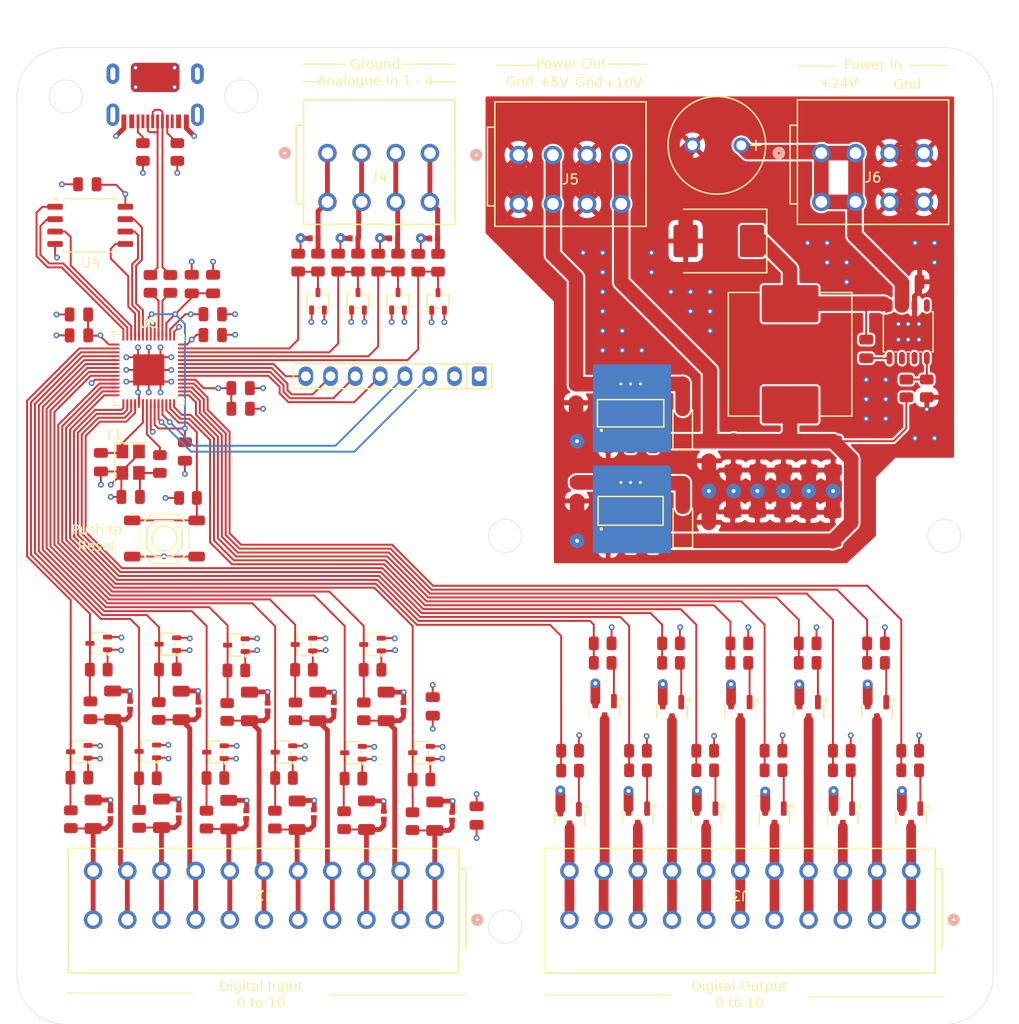
<source format=kicad_pcb>
(kicad_pcb (version 20240108) (generator "pcbnew") (generator_version "8.0")
  (layers (0 "F.Cu" signal) (1 "In1.Cu" signal) (2 "In2.Cu" signal) (31 "B.Cu" signal) (34 "B.Paste" user) (35 "F.Paste" user) (36 "B.SilkS" user "B.Silkscreen") (37 "F.SilkS" user "F.Silkscreen") (38 "B.Mask" user) (39 "F.Mask" user) (44 "Edge.Cuts" user))
  (net 0 "")
  (net 1 "GND")
  (net 2 "+5V")
  (net 3 "+3V3")
  (net 4 "+1V1")
  (net 5 "XIN")
  (net 6 "USB_D-")
  (net 7 "USB_D+")
  (net 8 "GPIO5")
  (net 9 "GPIO10")
  (net 10 "GPIO0")
  (net 11 "GPIO1")
  (net 12 "GPIO6")
  (net 13 "GPIO11")
  (net 14 "GPIO2")
  (net 15 "GPIO7")
  (net 16 "GPIO12")
  (net 17 "GPIO3")
  (net 18 "GPIO8")
  (net 19 "GPIO4")
  (net 20 "GPIO9")
  (net 21 "Net-(S1-A)")
  (net 22 "GPIO26_ADC0")
  (net 23 "GPIO27_ADC1")
  (net 24 "GPIO28_ADC2")
  (net 25 "GPIO29_ADC3")
  (net 26 "XOUT")
  (net 27 "GPIO13")
  (net 28 "GPIO18")
  (net 29 "GPIO14")
  (net 30 "Net-(U5-USB_DP)")
  (net 31 "Net-(U5-USB_DM)")
  (net 32 "GPIO19")
  (net 33 "GPIO15")
  (net 34 "GPIO20")
  (net 35 "GPIO16")
  (net 36 "GPIO21")
  (net 37 "GPIO17")
  (net 38 "QSPI_SD2")
  (net 39 "QSPI_SS")
  (net 40 "QSPI_SD1")
  (net 41 "QSPI_SD0")
  (net 42 "QSPI_SCLK")
  (net 43 "QSPI_SD3")
  (net 44 "SWD")
  (net 45 "SWCLK")
  (net 46 "+10V")
  (net 48 "Net-(J1-CC2)")
  (net 49 "Net-(J1-CC1)")
  (net 51 "Net-(C31-Pad2)")
  (net 52 "Net-(U2-BOOT)")
  (net 53 "Net-(U2-PH)")
  (net 54 "Net-(Q1-G)")
  (net 55 "Q0")
  (net 56 "Q5")
  (net 57 "Net-(Q2-G)")
  (net 58 "Q10")
  (net 59 "Net-(Q3-G)")
  (net 60 "Net-(Q4-G)")
  (net 61 "Q1")
  (net 62 "Net-(Q5-G)")
  (net 63 "Q6")
  (net 64 "Q2")
  (net 65 "Net-(Q7-G)")
  (net 66 "Net-(Q8-G)")
  (net 67 "Q7")
  (net 68 "Net-(Q10-G)")
  (net 69 "Q3")
  (net 70 "Q8")
  (net 71 "Net-(Q11-G)")
  (net 72 "Net-(Q12-G)")
  (net 73 "Q4")
  (net 74 "Net-(Q13-G)")
  (net 75 "Q9")
  (net 76 "Net-(J1-VBUS-PadA9B4)")
  (net 77 "Net-(U2-VSENSE)")
  (net 81 "Net-(J4-1_1)")
  (net 82 "Net-(J4-2_1)")
  (net 83 "Net-(J4-3_1)")
  (net 84 "Net-(J4-4_1)")
  (net 85 "Net-(J6-1_1)")
  (net 86 "I0")
  (net 87 "I5")
  (net 88 "I10")
  (net 89 "I1")
  (net 90 "I6")
  (net 91 "I2")
  (net 92 "I7")
  (net 93 "I3")
  (net 94 "I8")
  (net 95 "I4")
  (net 96 "I9")
  (net 97 "GPIO23")
  (net 98 "GPIO25")
  (net 99 "GPIO22")
  (net 100 "GPIO24")
  (footprint "JLCPCB-Kicad-Footprints:R_1206" (layer "F.Cu") (at 66.814 100.458 90)
    (property "Reference" "R49" (hide yes))
    (property "Value" "10kΩ")
  )
  (footprint "Wago:CONN11_2601-3111_WAG" (layer "F.Cu") (at 127.600004 122.3 180)
    (property "Reference" "J3")
    (property "Value" "2601-3111")
  )
  (footprint "JLCPCB-Kicad-Footprints:C_0805" (layer "F.Cu") (at 123 63.85 90)
    (property "Reference" "C3" (hide yes))
    (property "Value" "10nF")
  )
  (footprint "JLCPCB-Kicad-Footprints:R_0805" (layer "F.Cu") (at 66.832 55.01 -90)
    (property "Reference" "R80" (hide yes))
    (property "Value" "10kΩ")
  )
  (footprint "JLCPCB-Kicad-Footprints:SOT-323-3_L2.0-W1.3-P1.30-LS2.1-BR-2" (layer "F.Cu") (at 58.474 94.182)
    (property "Reference" "D4" (hide yes))
    (property "Value" "BAT54SW_C22466373")
  )
  (footprint "JLCPCB-Kicad-Footprints:D_SOD-123" (layer "F.Cu") (at 104.214 81.85 90)
    (property "Reference" "D2" (hide yes))
    (property "Value" "B0530W")
  )
  (footprint "JLCPCB-Kicad-Footprints:SOT-223-3_L6.5-W3.4-P2.30-LS7.0-BR" (layer "F.Cu") (at 98.864 80.53 -90)
    (property "Reference" "U3" (hide yes))
    (property "Value" "AMS1117")
  )
  (footprint "JLCPCB-Kicad-Footprints:R_1206" (layer "F.Cu") (at 50.8 111.4 90)
    (property "Reference" "R48" (hide yes))
    (property "Value" "10kΩ")
  )
  (footprint "JLCPCB-Kicad-Footprints:D_DFN1006-2L" (layer "F.Cu") (at 66.406 111.444 -90)
    (property "Reference" "D14" (hide yes))
    (property "Value" "H24VL10B")
  )
  (footprint "JLCPCB-Kicad-Footprints:C_Plugin,D10xL16mm" (layer "F.Cu") (at 107.7 43 180)
    (property "Reference" "C4" (hide yes))
    (property "Value" "470uF")
  )
  (footprint "JLCPCB-Kicad-Footprints:C_0805" (layer "F.Cu") (at 43.2 46.995 180)
    (property "Reference" "C29" (hide yes))
    (property "Value" "100nF")
  )
  (footprint "JLCPCB-Kicad-Footprints:Q_SOT-23" (layer "F.Cu") (at 92.612 111.9305 -90)
    (property "Reference" "Q1" (hide yes))
    (property "Value" "HL3400A")
  )
  (footprint "JLCPCB-Kicad-Footprints:R_0805" (layer "F.Cu") (at 41.514 112.008 90)
    (property "Reference" "R9" (hide yes))
    (property "Value" "68kΩ")
  )
  (footprint "JLCPCB-Kicad-Footprints:D_DFN1006-2L" (layer "F.Cu") (at 47.578 100.34 -90)
    (property "Reference" "D13" (hide yes))
    (property "Value" "H24VL10B")
  )
  (footprint "JLCPCB-Kicad-Footprints:R_0805" (layer "F.Cu") (at 99.6188 107 180)
    (property "Reference" "R45" (hide yes))
    (property "Value" "220Ω")
  )
  (footprint "Wago:CONN4_2601-3104_WAG" (layer "F.Cu") (at 67.8 43.8)
    (property "Reference" "J4")
    (property "Value" "2601-3104")
  )
  (footprint "JLCPCB-Kicad-Footprints:R_0805" (layer "F.Cu") (at 43.514 100.848 90)
    (property "Reference" "R24" (hide yes))
    (property "Value" "68kΩ")
  )
  (footprint "JLCPCB-Kicad-Footprints:R_0805" (layer "F.Cu") (at 48.514 111.972 90)
    (property "Reference" "R39" (hide yes))
    (property "Value" "68kΩ")
  )
  (footprint "JLCPCB-Kicad-Footprints:R_0805" (layer "F.Cu") (at 63.348 107.79)
    (property "Reference" "R27" (hide yes))
    (property "Value" "10kΩ")
  )
  (footprint "JLCPCB-Kicad-Footprints:R_0805" (layer "F.Cu") (at 92.6592 107.0356 180)
    (property "Reference" "R15" (hide yes))
    (property "Value" "220Ω")
  )
  (footprint "JLCPCB-Kicad-Footprints:R_0805" (layer "F.Cu") (at 113.5 105 180)
    (property "Reference" "R37" (hide yes))
    (property "Value" "10kΩ")
  )
  (footprint "JLCPCB-Kicad-Footprints:SOT-323-3_L2.0-W1.3-P1.30-LS2.1-BR-2" (layer "F.Cu") (at 51.452 94.082)
    (property "Reference" "D22" (hide yes))
    (property "Value" "BAT54SW_C22466373")
  )
  (footprint "JLCPCB-Kicad-Footprints:R_0805" (layer "F.Cu") (at 42.382 107.75)
    (property "Reference" "R10" (hide yes))
    (property "Value" "10kΩ")
  )
  (footprint "JLCPCB-Kicad-Footprints:R_0805" (layer "F.Cu") (at 62.414 112.048 90)
    (property "Reference" "R26" (hide yes))
    (property "Value" "68kΩ")
  )
  (footprint "JLCPCB-Kicad-Footprints:R_0805" (layer "F.Cu") (at 120.5 105 180)
    (property "Reference" "R63" (hide yes))
    (property "Value" "10kΩ")
  )
  (footprint "JLCPCB-Kicad-Footprints:R_0805" (layer "F.Cu") (at 48.898 43.688 -90)
    (property "Reference" "R2" (hide yes))
    (property "Value" "5.1kΩ")
  )
  (footprint "JLCPCB-Kicad-Footprints:C_0805" (layer "F.Cu") (at 58.9128 69.977)
    (property "Reference" "C23" (hide yes))
    (property "Value" "100nF")
  )
  (footprint "JLCPCB-Kicad-Footprints:R_0805" (layer "F.Cu") (at 55.414 112.048 90)
    (property "Reference" "R64" (hide yes))
    (property "Value" "68kΩ")
  )
  (footprint "JLCPCB-Kicad-Footprints:C_1206" (layer "F.Cu") (at 111.911 74.78 -90)
    (property "Reference" "C9" (hide yes))
    (property "Value" "22uF")
  )
  (footprint "JLCPCB-Kicad-Footprints:C_0805" (layer "F.Cu") (at 58.9026 67.8688)
    (property "Reference" "C26" (hide yes))
    (property "Value" "100nF")
  )
  (footprint "Wago:CONN11_2601-3111_WAG" (layer "F.Cu") (at 78.800003 122.3 180)
    (property "Reference" "J2")
    (property "Value" "2601-3111")
  )
  (footprint "Package_DFN_QFN:QFN-56-1EP_7x7mm_P0.4mm_EP3.2x3.2mm" (layer "F.Cu") (at 49.497996 66.002)
    (property "Reference" "U5")
    (property "Value" "RP2040")
  )
  (footprint "JLCPCB-Kicad-Footprints:SOT-323-3_L2.0-W1.3-P1.30-LS2.1-BR-2" (layer "F.Cu") (at 72.418 94.118)
    (property "Reference" "D27" (hide yes))
    (property "Value" "BAT54SW_C22466373")
  )
  (footprint "JLCPCB-Kicad-Footprints:C_0805" (layer "F.Cu") (at 93.364 78.47 -90)
    (property "Reference" "C12" (hide yes))
    (property "Value" "22uF" (hide yes))
  )
  (footprint "JLCPCB-Kicad-Footprints:C_0805" (layer "F.Cu") (at 93.264 68.408 -90)
    (property "Reference" "C2" (hide yes))
    (property "Value" "22uF")
  )
  (footprint "JLCPCB-Kicad-Footprints:SOT-323-3_L2.0-W1.3-P1.30-LS2.1-BR-2" (layer "F.Cu") (at 70.932 58.97 -90)
    (property "Reference" "D35" (hide yes))
    (property "Value" "BAT54SW_C22466373")
  )
  (footprint "JLCPCB-Kicad-Footprints:R_0805" (layer "F.Cu") (at 72.418 96.708)
    (property "Reference" "R67" (hide yes))
    (property "Value" "10kΩ")
  )
  (footprint "JLCPCB-Kicad-Footprints:R_0805" (layer "F.Cu") (at 96 94 180)
    (property "Reference" "R36" (hide yes))
    (property "Value" "10kΩ")
  )
  (footprint "JLCPCB-Kicad-Footprints:C_0805" (layer "F.Cu") (at 53.2 74.35 -90)
    (property "Reference" "C19" (hide yes))
    (property "Value" "100nF")
  )
  (footprint "JLCPCB-Kicad-Footprints:C_0805" (layer "F.Cu") (at 42.338 62.462 180)
    (property "Reference" "C20" (hide yes))
    (property "Value" "100nF")
  )
  (footprint "JLCPCB-Kicad-Footprints:R_0805" (layer "F.Cu") (at 117 94 180)
    (property "Reference" "R52" (hide yes))
    (property "Value" "10kΩ")
  )
  (footprint "JLCPCB-Kicad-Footprints:SOT-323-3_L2.0-W1.3-P1.30-LS2.1-BR-2" (layer "F.Cu") (at 42.382 105.1)
    (property "Reference" "D6" (hide yes))
    (property "Value" "BAT54SW_C22466373")
  )
  (footprint "JLCPCB-Kicad-Footprints:R_1206" (layer "F.Cu") (at 73.814 100.458 90)
    (property "Reference" "R71" (hide yes))
    (property "Value" "10kΩ")
  )
  (footprint "JLCPCB-Kicad-Footprints:Q_SOT-23" (layer "F.Cu") (at 113.6 111.86 -90)
    (property "Reference" "Q5" (hide yes))
    (property "Value" "HL3400A")
  )
  (footprint "JLCPCB-Kicad-Footprints:R_0805" (layer "F.Cu") (at 120.5 107 180)
    (property "Reference" "R59" (hide yes))
    (property "Value" "220Ω")
  )
  (footprint "JLCPCB-Kicad-Footprints:R_0805" (layer "F.Cu") (at 65.396 96.708)
    (property "Reference" "R42" (hide yes))
    (property "Value" "10kΩ")
  )
  (footprint "JLCPCB-Kicad-Footprints:C_0805" (layer "F.Cu") (at 47.64092 79.006)
    (property "Reference" "C31" (hide yes))
    (property "Value" "15pF")
  )
  (footprint "JLCPCB-Kicad-Footprints:C_0805" (layer "F.Cu") (at 53.9 57.21 90)
    (property "Reference" "C27" (hide yes))
    (property "Value" "1uF")
  )
  (footprint "JLCPCB-Kicad-Footprints:TYPE-C-SMD_HX-TYPE-C-16PIN" (layer "F.Cu") (at 50.15 38.052 180)
    (property "Reference" "J1" (hide yes))
    (property "Value" "Connector, USB-TYPE-C-16P")
  )
  (footprint "JLCPCB-Kicad-Footprints:SOT-323-3_L2.0-W1.3-P1.30-LS2.1-BR-2" (layer "F.Cu") (at 63.348 105.14)
    (property "Reference" "D11" (hide yes))
    (property "Value" "BAT54SW_C22466373")
  )
  (footprint "JLCPCB-Kicad-Footprints:R_0805" (layer "F.Cu") (at 127.5 107 180)
    (property "Reference" "R17" (hide yes))
    (property "Value" "220Ω")
  )
  (footprint "JLCPCB-Kicad-Footprints:C_0805" (layer "F.Cu") (at 56.0832 57.21 90)
    (property "Reference" "C18" (hide yes))
    (property "Value" "100nF")
  )
  (footprint "JLCPCB-Kicad-Footprints:D_SMC" (layer "F.Cu") (at 107.9 52.8 180)
    (property "Reference" "D3" (hide yes))
    (property "Value" "SS56")
  )
  (footprint "JLCPCB-Kicad-Footprints:C_0805" (layer "F.Cu") (at 42.338 60.325 180)
    (property "Reference" "C24" (hide yes))
    (property "Value" "100nF")
  )
  (footprint "JLCPCB-Kicad-Footprints:R_0805" (layer "F.Cu") (at 117 96 180)
    (property "Reference" "R46" (hide yes))
    (property "Value" "220Ω")
  )
  (footprint "JLCPCB-Kicad-Footprints:D_DFN1006-2L" (layer "F.Cu") (at 45.578 111.548 -90)
    (property "Reference" "D7" (hide yes))
    (property "Value" "H24VL10B")
  )
  (footprint "JLCPCB-Kicad-Footprints:R_0805" (layer "F.Cu") (at 52.42 43.688 -90)
    (property "Reference" "R1" (hide yes))
    (property "Value" "5.1kΩ")
  )
  (footprint "JLCPCB-Kicad-Footprints:SOT-323-3_L2.0-W1.3-P1.30-LS2.1-BR-2" (layer "F.Cu") (at 79.132 58.988 -90)
    (property "Reference" "D31" (hide yes))
    (property "Value" "BAT54SW_C22466373")
  )
  (footprint "JLCPCB-Kicad-Footprints:R_0805" (layer "F.Cu") (at 110 96 180)
    (property "Reference" "R16" (hide yes))
    (property "Value" "220Ω")
  )
  (footprint "JLCPCB-Kicad-Footprints:Q_SOT-23" (layer "F.Cu") (at 96.2 100.86 -90)
    (property "Reference" "Q4" (hide yes))
    (property "Value" "HL3400A")
  )
  (footprint "JLCPCB-Kicad-Footprints:R_0805" (layer "F.Cu") (at 99.6188 105 180)
    (property "Reference" "R51" (hide yes))
    (property "Value" "10kΩ")
  )
  (footprint "JLCPCB-Kicad-Footprints:C_0805" (layer "F.Cu") (at 106.874 74.35 -90)
    (property "Reference" "C1" (hide yes))
    (property "Value" "22uF")
  )
  (footprint "JLCPCB-Kicad-Footprints:Q_SOT-23" (layer "F.Cu") (at 99.6 111.86 -90)
    (property "Reference" "Q7" (hide yes))
    (property "Value" "HL3400A")
  )
  (footprint "JLCPCB-Kicad-Footprints:R_0805" (layer "F.Cu") (at 70.47 107.85)
    (property "Reference" "R57" (hide yes))
    (property "Value" "10kΩ")
  )
  (footprint "JLCPCB-Kicad-Footprints:C_0805" (layer "F.Cu") (at 56.05 60.3)
    (property "Reference" "C28" (hide yes))
    (property "Value" "1uF")
  )
  (footprint "JLCPCB-Kicad-Footprints:C_0805" (layer "F.Cu") (at 78.5876 100.457 -90)
    (property "Reference" "C21" (hide yes))
    (property "Value" "100nF")
  )
  (footprint "JLCPCB-Kicad-Footprints:C_0805" (layer "F.Cu") (at 83.0834 111.633 -90)
    (property "Reference" "C22" (hide yes))
    (property "Value" "100nF")
  )
  (footprint "JLCPCB-Kicad-Footprints:R_0805" (layer "F.Cu") (at 51.452 96.672)
    (property "Reference" "R55" (hide yes))
    (property "Value" "10kΩ")
  )
  (footprint "JLCPCB-Kicad-Footprints:Q_SOT-23" (layer "F.Cu") (at 110.1 100.96 -90)
    (property "Reference" "Q2" (hide yes))
    (property "Value" "HL3400A")
  )
  (footprint "JLCPCB-Kicad-Footprints:C_1206" (layer "F.Cu") (at 114.448 82.02 -90)
    (property "Reference" "C15" (hide yes))
    (property "Value" "22uF")
  )
  (footprint "JLCPCB-Kicad-Footprints:D_DFN1006-2L" (layer "F.Cu") (at 75.592 100.458 -90)
    (property "Reference" "D29" (hide yes))
    (property "Value" "H24VL10B")
  )
  (footprint "JLCPCB-Kicad-Footprints:Q_SOT-23" (layer "F.Cu") (at 106.6 111.86 -90)
    (property "Reference" "Q12" (hide yes))
    (property "Value" "HL3400A")
  )
  (footprint "JLCPCB-Kicad-Footprints:R_0805" (layer "F.Cu") (at 69.514 112.108 90)
    (property "Reference" "R56" (hide yes))
    (property "Value" "68kΩ")
  )
  (footprint "JLCPCB-Kicad-Footprints:R_0805" (layer "F.Cu") (at 57.528 101.03 90)
    (property "Reference" "R11" (hide yes))
    (property "Value" "68kΩ")
  )
  (footprint "JLCPCB-Kicad-Footprints:R_0805" (layer "F.Cu") (at 77.1 55.028 90)
    (property "Reference" "R75" (hide yes))
    (property "Value" "4.3kΩ")
  )
  (footprint "JLCPCB-Kicad-Footprints:R_0805" (layer "F.Cu") (at 49.668 57.19 -90)
    (property "Reference" "R6" (hide yes))
    (property "Value" "27Ω")
  )
  (footprint "JLCPCB-Kicad-Footprints:D_DFN1006-2L" (layer "F.Cu") (at 52.578 111.464 -90)
    (property "Reference" "D19" (hide yes))
    (property "Value" "H24VL10B")
  )
  (footprint "JLCPCB-Kicad-Footprints:R_0805" (layer "F.Cu") (at 64.528 100.966 90)
    (property "Reference" "R41" (hide yes))
    (property "Value" "68kΩ")
  )
  (footprint "JLCPCB-Kicad-Footprints:C_1206" (layer "F.Cu") (at 117.111 74.78 -90)
    (property "Reference" "C6" (hide yes))
    (property "Value" "22uF")
  )
  (footprint "JLCPCB-Kicad-Footprints:R_0805" (layer "F.Cu") (at 79.132 55.028 -90)
    (property "Reference" "R74" (hide yes))
    (property "Value" "10kΩ")
  )
  (footprint "JLCPCB-Kicad-Footprints:D_DFN1006-2L" (layer "F.Cu") (at 66.444 52.528)
    (property "Reference" "D36" (hide yes))
    (property "Value" "H24VL10B")
  )
  (footprint "JLCPCB-Kicad-Footprints:SOT-323-3_L2.0-W1.3-P1.30-LS2.1-BR-2" (layer "F.Cu") (at 44.37 94)
    (property "Reference" "D10" (hide yes))
    (property "Value" "BAT54SW_C22466373")
  )
  (footprint "JLCPCB-Kicad-Footprints:SOT-323-3_L2.0-W1.3-P1.30-LS2.1-BR-2" (layer "F.Cu") (at 66.832 58.97 -90)
    (property "Reference" "D37" (hide yes))
    (property "Value" "BAT54SW_C22466373")
  )
  (footprint "JLCPCB-Kicad-Footprints:R_0805" (layer "F.Cu") (at 51.7 57.19 -90)
    (property "Reference" "R7" (hide yes))
    (property "Value" "27Ω")
  )
  (footprint "JLCPCB-Kicad-Footprints:R_0805" (layer "F.Cu") (at 92.6592 105 180)
    (property "Reference" "R21" (hide yes))
    (property "Value" "10kΩ")
  )
  (footprint "JLCPCB-Kicad-Footprints:C_0805" (layer "F.Cu") (at 56.05 62.4332)
    (property "Reference" "C25" (hide yes))
    (property "Value" "100nF")
  )
  (footprint "JLCPCB-Kicad-Footprints:R_0805" (layer "F.Cu") (at 75.032 55.01 -90)
    (property "Reference" "R76" (hide yes))
    (property "Value" "10kΩ")
  )
  (footprint "JLCPCB-Kicad-Footprints:R_1206" (layer "F.Cu") (at 71.8 111.6 90)
    (property "Reference" "R61" (hide yes))
    (property "Value" "10kΩ")
  )
  (footprint "JLCPCB-Kicad-Footprints:R_1206" (layer "F.Cu") (at 57.7 111.54 90)
    (property "Reference" "R70" (hide yes))
    (property "Value" "10kΩ")
  )
  (footprint "JLCPCB-Kicad-Footprints:R_0805" (layer "F.Cu") (at 53.5148 79.1112)
    (property "Reference" "R5" (hide yes))
    (property "Value" "10kΩ")
  )
  (footprint "JLCPCB-Kicad-Footprints:D_DFN1006-2L" (layer "F.Cu") (at 68.45 100.458 -90)
    (property "Reference" "D20" (hide yes))
    (property "Value" "H24VL10B")
  )
  (footprint "JLCPCB-Kicad-Footprints:R_1206" (layer "F.Cu") (at 78.8 111.7 90)
    (property "Reference" "R20" (hide yes))
    (property "Value" "10kΩ")
  )
  (footprint "JLCPCB-Kicad-Footprints:R_0805" (layer "F.Cu") (at 106.5 107 180)
    (property "Reference" "R68" (hide yes))
    (property "Value" "220Ω")
  )
  (footprint "JLCPCB-Kicad-Footprints:C_0805" (layer "F.Cu") (at 106.874 82.55 90)
    (property "Reference" "C11" (hide yes))
    (property "Value" "22uF")
  )
  (footprint "JLCPCB-Kicad-Footprints:C_0805" (layer "F.Cu") (at 127.518 56.98)
    (property "Reference" "C5" (hide yes))
    (property "Value" "10uF")
  )
  (footprint "JLCPCB-Kicad-Footprints:R_0805" (layer "F.Cu") (at 127.5 105 180)
    (property "Reference" "R23" (hide yes))
    (property "Value" "10kΩ")
  )
  (footprint "JLCPCB-Kicad-Footprints:HDR-TH_8P-P2.54-V-M" (layer "F.Cu") (at 74.4728 66.6496 180)
    (property "Reference" "J7" (hide yes))
    (property "Value" "Header, 2.54mm, 1x8P, Male, Vertical")
  )
  (footprint "JLCPCB-Kicad-Footprints:SOT-323-3_L2.0-W1.3-P1.30-LS2.1-BR-2" (layer "F.Cu") (at 65.396 94.118)
    (property "Reference" "D17" (hide yes))
    (property "Value" "BAT54SW_C22466373")
  )
  (footprint "JLCPCB-Kicad-Footprints:SOT-323-3_L2.0-W1.3-P1.30-LS2.1-BR-2" (layer "F.Cu") (at 70.47 105.2)
    (property "Reference" "D23" (hide yes))
    (property "Value" "BAT54SW_C22466373")
  )
  (footprint "JLCPCB-Kicad-Footprints:D_DFN1006-2L" (layer "F.Cu") (at 73.578 111.6 -90)
    (property "Reference" "D25" (hide yes))
    (property "Value" "H24VL10B")
  )
  (footprint "Crystal:Crystal_SMD_3225-4Pin_3.2x2.5mm" (layer "F.Cu") (at 47.64092 75.45 -90)
    (property "Reference" "Y1")
    (property "Value" "ABM8-272-T3")
  )
  (footprint "JLCPCB-Kicad-Footprints:C_1206" (layer "F.Cu") (at 119.548 82.064 -90)
    (property "Reference" "C13" (hide yes))
    (property "Value" "22uF")
  )
  (footprint "JLCPCB-Kicad-Footprints:C_1206" (layer "F.Cu") (at 119.611 74.78 -90)
    (property "Reference" "C7" (hide yes))
    (property "Value" "22uF")
  )
  (footprint "JLCPCB-Kicad-Footprints:C_1206" (layer "F.Cu") (at 109.374 74.78 -90)
    (property "Reference" "C8" (hide yes))
    (property "Value" "22uF")
  )
  (footprint "JLCPCB-Kicad-Footprints:C_0805" (layer "F.Cu") (at 44.59292 75.45 90)
    (property "Reference" "C30" (hide yes))
    (property "Value" "15pF")
  )
  (footprint "JLCPCB-Kicad-Footprints:Q_SOT-23" (layer "F.Cu") (at 127.6 111.86 -90)
    (property "Reference" "Q3" (hide yes))
    (property "Value" "HL3400A")
  )
  (footprint "JLCPCB-Kicad-Footprints:SOT-323-3_L2.0-W1.3-P1.30-LS2.1-BR-2" (layer "F.Cu") (at 56.326 105.14)
    (property "Reference" "D26" (hide yes))
    (property "Value" "BAT54SW_C22466373")
  )
  (footprint "JLCPCB-Kicad-Footprints:R_0805" (layer "F.Cu") (at 50.63692 75.634 90)
    (property "Reference" "R8" (hide yes))
    (property "Value" "1kΩ")
  )
  (footprint "JLCPCB-Kicad-Footprints:R_1206" (layer "F.Cu") (at 45.8 100.34 90)
    (property "Reference" "R33" (hide yes))
    (property "Value" "10kΩ")
  )
  (footprint "JLCPCB-Kicad-Footprints:R_0805" (layer "F.Cu") (at 64.8 55.01 90)
    (property "Reference" "R81" (hide yes))
    (property "Value" "4.3kΩ")
  )
  (footprint "JLCPCB-Kicad-Footprints:R_0805" (layer "F.Cu") (at 71.528 100.966 90)
    (property "Reference" "R66" (hide yes))
    (property "Value" "68kΩ")
  )
  (footprint "JLCPCB-Kicad-Footprints:D_DFN1006-2L" (layer "F.Cu") (at 74.584 52.528)
    (property "Reference" "D32" (hide yes))
    (property "Value" "H24VL10B")
  )
  (footprint "JLCPCB-Kicad-Footprints:R_0805" (layer "F.Cu") (at 77.438 107.95)
    (property "Reference" "R14" (hide yes))
    (property "Value" "10kΩ")
  )
  (footprint "JLCPCB-Kicad-Footprints:R_0805" (layer "F.Cu") (at 73 55.01 90)
    (property "Reference" "R77" (hide yes))
    (property "Value" "4.3kΩ")
  )
  (footprint "JLCPCB-Kicad-Footprints:R_0805" (layer "F.Cu") (at 106.5 105 180)
    (property "Reference" "R72" (hide yes))
    (property "Value" "10kΩ")
  )
  (footprint "JLCPCB-Kicad-Footprints:R_0805" (layer "F.Cu") (at 124 96 180)
    (property "Reference" "R69" (hide yes))
    (property "Value" "220Ω")
  )
  (footprint "JLCPCB-Kicad-Footprints:Q_SOT-23" (layer "F.Cu") (at 103.1 100.96 -90)
    (property "Reference" "Q10" (hide yes))
    (property "Value" "HL3400A")
  )
  (footprint "JLCPCB-Kicad-Footprints:D_SOD-123" (layer "F.Cu") (at 104.2 71.75 90)
    (property "Reference" "D1" (hide yes))
    (property "Value" "B0530W")
  )
  (footprint "JLCPCB-Kicad-Footprints:L_SMD,12.5x12.5mm" (layer "F.Cu") (at 115.2 64.4 90)
    (property "Reference" "L1" (hide yes))
    (property "Value" "22uH,4.95A")
  )
  (footprint "JLCPCB-Kicad-Footprints:D_DFN1006-2L" (layer "F.Cu") (at 59.478 111.54 -90)
    (property "Reference" "D28" (hide yes))
    (property "Value" "H24VL10B")
  )
  (footprint "JLCPCB-Kicad-Footprints:R_0805" (layer "F.Cu") (at 76.514 112.208 90)
    (property "Reference" "R13" (hide yes))
    (property "Value" "68kΩ")
  )
  (footprint "JLCPCB-Kicad-Footprints:D_DFN1006-2L" (layer "F.Cu") (at 78.684 52.546)
    (property "Reference" "D30" (hide yes))
    (property "Value" "H24VL10B")
  )
  (footprint "JLCPCB-Kicad-Footprints:Q_SOT-23" (layer "F.Cu") (at 124.1 100.96 -90)
    (property "Reference" "Q13" (hide yes))
    (property "Value" "HL3400A")
  )
  (footprint "JLCPCB-Kicad-Footprints:D_DFN1006-2L" (layer "F.Cu") (at 80.578 111.7 -90)
    (property "Reference" "D9" (hide yes))
    (property "Value" "H24VL10B")
  )
  (footprint "JLCPCB-Kicad-Footprints:SOT-323-3_L2.0-W1.3-P1.30-LS2.1-BR-2" (layer "F.Cu") (at 75.032 58.97 -90)
    (property "Reference" "D33" (hide yes))
    (property "Value" "BAT54SW_C22466373")
  )
  (footprint "JLCPCB-Kicad-Footprints:SOT-323-3_L2.0-W1.3-P1.30-LS2.1-BR-2" (layer "F.Cu") (at 77.438 105.2)
    (property "Reference" "D5" (hide yes))
    (property "Value" "BAT54SW_C22466373")
  )
  (footprint "Package_SO:SOIC-8_5.23x5.23mm_P1.27mm" (layer "F.Cu") (at 43.5 51.2)
    (property "Reference" "U4")
    (property "Value" "W25Q128JVS")
  )
  (footprint "JLCPCB-Kicad-Footprints:R_0805" (layer "F.Cu") (at 129.2 67.89 90)
    (property "Reference" "R3" (hide yes))
    (property "Value" "1.4kΩ")
  )
  (footprint "JLCPCB-Kicad-Footprints:R_0805" (layer "F.Cu") (at 56.326 107.79)
    (property "Reference" "R65" (hide yes))
    (property "Value" "10kΩ")
  )
  (footprint "JLCPCB-Kicad-Footprints:Q_SOT-23" (layer "F.Cu") (at 120.6 111.86 -90)
    (property "Reference" "Q11" (hide yes))
    (property "Value" "HL3400A")
  )
  (footprint "Wago:CONN4_2601-3104_WAG" (layer "F.Cu") (at 118.399996 43.8)
    (property "Reference" "J6")
    (property "Value" "2601-3104")
  )
  (footprint "JLCPCB-Kicad-Footprints:SOT-223_L6.5-W3.5-P2.30-LS7.0-BR" (layer "F.Cu") (at 98.864 70.44 -90)
    (property "Reference" "U1" (hide yes))
    (property "Value" "AMS1117")
  )
  (footprint "JLCPCB-Kicad-Footprints:R_0805" (layer "F.Cu") (at 70.932 55.01 -90)
    (property "Reference" "R78" (hide yes))
    (property "Value" "10kΩ")
  )
  (footprint "JLCPCB-Kicad-Footprints:R_1206" (layer "F.Cu") (at 52.814 100.358 90)
    (property "Reference" "R60" (hide yes))
    (property "Value" "10kΩ")
  )
  (footprint "JLCPCB-Kicad-Footprints:R_0805" (layer "F.Cu") (at 49.404 107.814)
    (property "Reference" "R40" (hide yes))
    (property "Value" "10kΩ")
  )
  (footprint "JLCPCB-Kicad-Footprints:C_1206" (layer "F.Cu") (at 111.848 82.02 -90)
    (property "Reference" "C16" (hide yes))
    (property "Value" "22uF")
  )
  (footprint "JLCPCB-Kicad-Footprints:R_0805" (layer "F.Cu") (at 58.474 96.772)
    (property "Reference" "R12" (hide yes))
    (property "Value" "10kΩ")
  )
  (footprint "JLCPCB-Kicad-Footprints:R_0805" (layer "F.Cu") (at 110 94 180)
    (property "Reference" "R22" (hide yes))
    (property "Value" "10kΩ")
  )
  (footprint "JLCPCB-Kicad-Footprints:C_1206" (layer "F.Cu") (at 109.311 82.02 -90)
    (property "Reference" "C17" (hide yes))
    (property "Value" "22uF")
  )
  (footprint "JLCPCB-Kicad-Footprints:D_DFN1006-2L" (layer "F.Cu") (at 54.592 100.422 -90)
    (property "Reference" "D24" (hide yes))
    (property "Value" "H24VL10B")
  )
  (footprint "JLCPCB-Kicad-Footprints:R_1206" (layer "F.Cu") (at 59.814 100.458 90)
    (property "Reference" "R19" (hide yes))
    (property "Value" "10kΩ")
  )
  (footprint "JLCPCB-Kicad-Footprints:R_0805" (layer "F.Cu") (at 44.37 96.69)
    (property "Reference" "R25" (hide yes))
    (property "Value" "10kΩ")
  )
  (footprint "JLCPCB-Kicad-Footprints:D_DFN1006-2L" (layer "F.Cu") (at 70.532 52.528)
    (property "Reference" "D34" (hide yes))
    (property "Value" "H24VL10B")
  )
  (footprint "JLCPCB-Kicad-Footprints:R_0805" (layer "F.Cu") (at 103 94 180)
    (property "Reference" "R62" (hide yes))
    (property "Value" "10kΩ")
  )
  (footprint "Wago:CONN4_2601-3104_WAG" (layer "F.Cu") (at 87.399996 44)
    (property "Reference" "J5")
    (property "Value" "2601-3104")
  )
  (footprint "JLCPCB-Kicad-Footprints:R_0805" (layer "F.Cu") (at 113.5 107 180)
    (property "Reference" "R31" (hide yes))
    (property "Value" "220Ω")
  )
  (footprint "JLCPCB-Kicad-Footprints:C_1206" (layer "F.Cu") (at 114.511 74.78 -90)
    (property "Reference" "C10" (hide yes))
    (property "Value" "22uF")
  )
  (footprint "JLCPCB-Kicad-Footprints:SW-SMD_4P-L5.1-W5.1-P3.70-LS6.5-TL-2" (layer "F.Cu") (at 51.1048 83.2612)
    (property "Reference" "S1" (hide yes))
    (property "Value" "Tactile Button, 160gf")
  )
  (footprint "JLCPCB-Kicad-Footprints:R_0805" (layer "F.Cu") (at 68.9 55.01 90)
    (property "Reference" "R79" (hide yes))
    (property "Value" "4.3kΩ")
  )
  (footprint "JLCPCB-Kicad-Footprints:R_0805" (layer "F.Cu") (at 50.528 100.93 90)
    (property "Reference" "R54" (hide yes))
    (property "Value" "68kΩ")
  )
  (footprint "JLCPCB-Kicad-Footprints:Q_SOT-23" (layer "F.Cu") (at 117.1 100.96 -90)
    (property "Reference" "Q8" (hide yes))
    (property "Value" "HL3400A")
  )
  (footprint "JLCPCB-Kicad-Footprints:R_0805" (layer "F.Cu") (at 127.108 67.9 -90)
    (property "Reference" "R4" (hide yes))
    (property "Value" "10kΩ")
  )
  (footprint "JLCPCB-Kicad-Footprints:D_DFN1006-2L" (layer "F.Cu") (at 61.674 100.522 -90)
    (property "Reference" "D8" (hide yes))
    (property "Value" "H24VL10B")
  )
  (footprint "JLCPCB-Kicad-Footprints:R_1206" (layer "F.Cu") (at 43.8 111.5 90)
    (property "Reference" "R18" (hide yes))
    (property "Value" "10kΩ")
  )
  (footprint "JLCPCB-Kicad-Footprints:C_1206" (layer "F.Cu") (at 117.048 82.064 -90)
    (property "Reference" "C14" (hide yes))
    (property "Value" "22uF")
  )
  (footprint "JLCPCB-Kicad-Footprints:R_0805" (layer "F.Cu") (at 96 96 180)
    (property "Reference" "R30" (hide yes))
    (property "Value" "220Ω")
  )
  (footprint "JLCPCB-Kicad-Footprints:R_1206" (layer "F.Cu") (at 64.7 111.604 90)
    (property "Reference" "R34" (hide yes))
    (property "Value" "10kΩ")
  )
  (footprint "JLCPCB-Kicad-Footprints:ESOP-8_L4.9-W3.9-P1.27-LS6.0-TL-EP" (layer "F.Cu") (at 127.3 62.1 90)
    (property "Reference" "U2" (hide yes))
    (property "Value" "TPS5430DDAR")
  )
  (footprint "JLCPCB-Kicad-Footprints:SOT-323-3_L2.0-W1.3-P1.30-LS2.1-BR-2" (layer "F.Cu") (at 49.404 105.064)
    (property "Reference" "D16" (hide yes))
    (property "Value" "BAT54SW_C22466373")
  )
  (footprint "JLCPCB-Kicad-Footprints:R_0805" (layer "F.Cu") (at 103 96 180)
    (property "Reference" "R58" (hide yes))
    (property "Value" "220Ω")
  )
  (footprint "JLCPCB-Kicad-Footprints:R_0805" (layer "F.Cu") (at 124 94 180)
    (property "Reference" "R73" (hide yes))
    (property "Value" "10kΩ")
  )
  (gr_line (start 96.450002 34.7) (end 100.5 34.7) (stroke (width 0.1)) (layer "F.SilkS"))
  (gr_line (start 65.3 36.5) (end 67.200003 36.5) (stroke (width 0.1)) (layer "F.SilkS"))
  (gr_line (start 54 129.8) (end 41 129.8) (stroke (width 0.1)) (layer "F.SilkS"))
  (gr_line (start 127.350002 34.8) (end 131.4 34.8) (stroke (width 0.1)) (layer "F.SilkS"))
  (gr_line (start 65.3 34.7) (end 69.900003 34.7) (stroke (width 0.1)) (layer "F.SilkS"))
  (gr_line (start 116 34.9) (end 120.049998 34.9) (stroke (width 0.1)) (layer "F.SilkS"))
  (gr_line (start 82 130) (end 68 130) (stroke (width 0.1)) (layer "F.SilkS"))
  (gr_line (start 103 130) (end 90 130) (stroke (width 0.1)) (layer "F.SilkS"))
  (gr_line (start 131 130.2) (end 117 130.2) (stroke (width 0.1)) (layer "F.SilkS"))
  (gr_line (start 78.300003 36.5) (end 80.9 36.5) (stroke (width 0.1)) (layer "F.SilkS"))
  (gr_line (start 75.400003 34.7) (end 80.9 34.7) (stroke (width 0.1)) (layer "F.SilkS"))
  (gr_line (start 85.1 34.8) (end 89.149998 34.8) (stroke (width 0.1)) (layer "F.SilkS"))
  (gr_arc (start 136 128) (mid 134.535534 131.535534) (end 131 133) (stroke (width 0.05)) (layer "Edge.Cuts"))
  (gr_line (start 136 128) (end 136 38) (stroke (width 0.05)) (layer "Edge.Cuts"))
  (gr_arc (start 41 133) (mid 37.464466 131.535534) (end 36 128) (stroke (width 0.05)) (layer "Edge.Cuts"))
  (gr_line (start 36 128) (end 36 38) (stroke (width 0.05)) (layer "Edge.Cuts"))
  (gr_circle (center 41 38) (end 42.7 38) (stroke (width 0.05)) (fill none) (layer "Edge.Cuts"))
  (gr_arc (start 36 38) (mid 37.464466 34.464466) (end 41 33) (stroke (width 0.05)) (layer "Edge.Cuts"))
  (gr_line (start 41 33) (end 131 33) (stroke (width 0.05)) (layer "Edge.Cuts"))
  (gr_circle (center 86 123) (end 87.7 123) (stroke (width 0.05)) (fill none) (layer "Edge.Cuts"))
  (gr_circle (center 59 38) (end 60.7 38) (stroke (width 0.05)) (fill none) (layer "Edge.Cuts"))
  (gr_circle (center 86 83) (end 87.7 83) (stroke (width 0.05)) (fill none) (layer "Edge.Cuts"))
  (gr_circle (center 131 83) (end 132.7 83) (stroke (width 0.05)) (fill none) (layer "Edge.Cuts"))
  (gr_line (start 131 133) (end 41 133) (stroke (width 0.05)) (layer "Edge.Cuts"))
  (gr_arc (start 131 33) (mid 134.535534 34.464466) (end 136 38) (stroke (width 0.05)) (layer "Edge.Cuts"))
  (gr_text "Digital Input\n0 to 10" (at 61 130 0) (layer "F.SilkS") (effects (font (size 1 1) (thickness 0.1))))
  (gr_text "Ground\nAnalogue In 1 - 4\n" (at 72.700003 35.6 0) (layer "F.SilkS") (effects (font (size 1 1) (thickness 0.1))))
  (gr_text "Push to\nReset" (at 44.1706 83.2612 0) (layer "F.SilkS") (effects (font (size 1 1) (thickness 0.1))))
  (gr_text "+5V" (at 91 36.6 0) (layer "F.SilkS") (effects (font (size 1 1) (thickness 0.1))))
  (gr_text "Power Out" (at 92.8 34.7 0) (layer "F.SilkS") (effects (font (size 1 1) (thickness 0.1))))
  (gr_text "Gnd\n" (at 87.5 36.5 0) (layer "F.SilkS") (effects (font (size 1 1) (thickness 0.1))))
  (gr_text "Gnd" (at 127.2 36.8 0) (layer "F.SilkS") (effects (font (size 1 1) (thickness 0.1))))
  (gr_text "+24V" (at 120.2 36.7 0) (layer "F.SilkS") (effects (font (size 1 1) (thickness 0.1))))
  (gr_text "Power In\n" (at 123.7 34.8 0) (layer "F.SilkS") (effects (font (size 1 1) (thickness 0.1))))
  (gr_text "Digital Output\n0 to 10" (at 110 130 0) (layer "F.SilkS") (effects (font (size 1 1) (thickness 0.1))))
  (gr_text "+10V" (at 98.1 36.7 0) (layer "F.SilkS") (effects (font (size 1 1) (thickness 0.1))))
  (gr_text "Gnd" (at 94.6 36.6 0) (layer "F.SilkS") (effects (font (size 1 1) (thickness 0.1))))
  (segment (start 48.497996 69.4395) (end 48.497996 68.397996) (width 0.2) (layer "F.Cu") (net 1))
  (segment (start 48.4 63.7) (end 48.4 64.904004) (width 0.2) (layer "F.Cu") (net 1))
  (segment (start 47.2 67.2) (end 48.299996 67.2) (width 0.2) (layer "F.Cu") (net 1))
  (segment (start 47.56 98.88) (end 45.8 98.88) (width 0.5) (layer "F.Cu") (net 1))
  (segment (start 102.15 100.02) (end 102.15 98.1798) (width 1) (layer "F.Cu") (net 1))
  (segment (start 93.374 73.3) (end 96.564 73.3) (width 1.5) (layer "F.Cu") (net 1))
  (segment (start 128.218 56.98) (end 128.218 58.182) (width 0.5) (layer "F.Cu") (net 1))
  (segment (start 74.676 94.768) (end 74.744 94.7) (width 0.2) (layer "F.Cu") (net 1))
  (segment (start 73.188 52.5) (end 73.184 52.496) (width 0.2) (layer "F.Cu") (net 1))
  (segment (start 114.41 103.4204) (end 114.427 103.4034) (width 0.2) (layer "F.Cu") (net 1))
  (segment (start 52.362 96.672) (end 52.362 94.742) (width 0.2) (layer "F.Cu") (net 1))
  (segment (start 47.578 99.94) (end 47.578 98.898) (width 0.5) (layer "F.Cu") (net 1))
  (segment (start 59.478 111.14) (end 59.526 111.092) (width 0.5) (layer "F.Cu") (net 1))
  (segment (start 44.59292 76.4) (end 46.64092 76.4) (width 0.2) (layer "F.Cu") (net 1))
  (segment (start 53.9 56.3) (end 53.9 54.95) (width 0.2) (layer "F.Cu") (net 1))
  (segment (start 51.436 105.714) (end 51.522 105.8) (width 0.2) (layer "F.Cu") (net 1))
  (segment (start 53.35 40.552) (end 53.35 41.252) (width 0.5) (layer "F.Cu") (net 1))
  (segment (start 128.41 103.4412) (end 128.4224 103.4288) (width 0.2) (layer "F.Cu") (net 1))
  (segment (start 66.044 52.532) (end 65.044 52.532) (width 0.5) (layer "F.Cu") (net 1))
  (segment (start 102.15 98.1798) (end 102.1588 98.171) (width 1) (layer "F.Cu") (net 1))
  (segment (start 87.4 48.999996) (end 87.4 44.000004) (width 1.5) (layer "F.Cu") (net 1))
  (segment (start 50.304 105.714) (end 50.304 107.804) (width 0.2) (layer "F.Cu") (net 1))
  (segment (start 80.578 111.3) (end 80.638 111.24) (width 0.5) (layer "F.Cu") (net 1))
  (segment (start 45.27 94.65) (end 46.606 94.65) (width 0.2) (layer "F.Cu") (net 1))
  (segment (start 72.538 105.85) (end 72.588 105.8) (width 0.2) (layer "F.Cu") (net 1))
  (segment (start 93.374 79.43) (end 93.364 79.42) (width 1.5) (layer "F.Cu") (net 1))
  (segment (start 121.41 103.4308) (end 121.412 103.4288) (width 0.2) (layer "F.Cu") (net 1))
  (segment (start 78.284 52.518) (end 77.372 52.518) (width 0.5) (layer "F.Cu") (net 1))
  (segment (start 96.91 92.3708) (end 96.9264 92.3544) (width 0.2) (layer "F.Cu") (net 1))
  (segment (start 48.49092 74.616) (end 46.79092 76.316) (width 0.2) (layer "F.Cu") (net 1))
  (segment (start 47.8048 85.1112) (end 50.8888 85.1112) (width 0.2) (layer "F.Cu") (net 1))
  (segment (start 50.304 105.714) (end 51.436 105.714) (width 0.2) (layer "F.Cu") (net 1))
  (segment (start 75.618 100.032) (end 75.618 99.008) (width 0.5) (layer "F.Cu") (net 1))
  (segment (start 57.226 105.79) (end 58.434 105.79) (width 0.2) (layer "F.Cu") (net 1))
  (segment (start 73.578 110.158) (end 73.57 110.15) (width 0.5) (layer "F.Cu") (net 1))
  (segment (start 93.374 83.5) (end 93.374 79.43) (width 1.5) (layer "F.Cu") (net 1))
  (segment (start 58.434 105.79) (end 58.444 105.8) (width 0.2) (layer "F.Cu") (net 1))
  (segment (start 77.368 52.514) (end 77.368 53.85) (width 0.2) (layer "F.Cu") (net 1))
  (segment (start 106.874 78.41) (end 106.874 81.664) (width 1.5) (layer "F.Cu") (net 1))
  (segment (start 45.582 110.05) (end 45.572 110.04) (width 0.5) (layer "F.Cu") (net 1))
  (segment (start 74.382 59.87) (end 74.382 61.094) (width 0.2) (layer "F.Cu") (net 1))
  (segment (start 117.91 94) (end 117.91 92.3576) (width 0.2) (layer "F.Cu") (net 1))
  (segment (start 49.5 63.7) (end 49.5 63.8) (width 0.2) (layer "F.Cu") (net 1))
  (segment (start 98.65 110.92) (end 98.65 109.122) (width 1) (layer "F.Cu") (net 1))
  (segment (start 45.60892 77.752) (end 46.79092 76.57) (width 0.2) (layer "F.Cu") (net 1))
  (segment (start 43.282 105.75) (end 44.45 105.75) (width 0.2) (layer "F.Cu") (net 1))
  (segment (start 91.662 110.9905) (end 91.662 109.0742) (width 1) (layer "F.Cu") (net 1))
  (segment (start 73.318 94.768) (end 74.676 94.768) (width 0.2) (layer "F.Cu") (net 1))
  (segment (start 95.25 99.92) (end 95.25 98.0948) (width 1) (layer "F.Cu") (net 1))
  (segment (start 111.911 80.477) (end 111.848 80.54) (width 1.5) (layer "F.Cu") (net 1))
  (segment (start 67.554 94.768) (end 67.622 94.7) (width 0.2) (layer "F.Cu") (net 1))
  (segment (start 54.592 100.022) (end 54.552 99.982) (width 0.5) (layer "F.Cu") (net 1))
  (segment (start 100.5 103.5) (end 100.5288 103.5288) (width 0.2) (layer "F.Cu") (net 1))
  (segment (start 93.274 69.368) (end 93.264 69.358) (width 1.5) (layer "F.Cu") (net 1))
  (segment (start 61.674 100.122) (end 61.674 98.972) (width 0.5) (layer "F.Cu") (net 1))
  (segment (start 60.468 94.832) (end 60.6 94.7) (width 0.2) (layer "F.Cu") (net 1))
  (segment (start 51.8 64.7) (end 50.799996 64.7) (width 0.2) (layer "F.Cu") (net 1))
  (segment (start 66.448 110.09) (end 64.754 110.09) (width 0.5) (layer "F.Cu") (net 1))
  (segment (start 109.15 98.2026) (end 109.1438 98.1964) (width 1) (layer "F.Cu") (net 1))
  (segment (start 52.352 94.732) (end 53.646 94.732) (width 0.2) (layer "F.Cu") (net 1))
  (segment (start 64.248 105.79) (end 64.248 107.78) (width 0.2) (layer "F.Cu") (net 1))
  (segment (start 80.638 110.15) (end 78.89 110.15) (width 0.5) (layer "F.Cu") (net 1))
  (segment (start 103.91 92.3812) (end 103.9368 92.3544) (width 0.2) (layer "F.Cu") (net 1))
  (segment (start 110.91 94) (end 110.91 92.3662) (width 0.2) (layer "F.Cu") (net 1))
  (segment (start 69.132 52.532) (end 69.132 53.9) (width 0.2) (layer "F.Cu") (net 1))
  (segment (start 68.45 100.058) (end 68.496 100.012) (width 0.5) (layer "F.Cu") (net 1))
  (segment (start 127.94 58.46) (end 127.94 59.4) (width 0.5) (layer "F.Cu") (net 1))
  (segment (start 57.226 105.79) (end 57.226 107.78) (width 0.2) (layer "F.Cu") (net 1))
  (segment (start 57 60.3) (end 58.336 60.3) (width 0.2) (layer "F.Cu") (net 1))
  (segment (start 54.552 99.982) (end 54.552 98.872) (width 0.5) (layer "F.Cu") (net 1))
  (segment (start 80.638 111.24) (end 80.638 110.15) (width 0.5) (layer "F.Cu") (net 1))
  (segment (start 41.388 62.462) (end 40.038 62.462) (width 0.2) (layer "F.Cu") (net 1))
  (segment (start 46.95 40.552) (end 46.95 41.252) (width 0.5) (layer "F.Cu") (net 1))
  (segment (start 50.7 68.3) (end 50.7 67.204004) (width 0.2) (layer "F.Cu") (net 1))
  (segment (start 96.564 83.5) (end 93.374 83.5) (width 1.5) (layer "F.Cu") (net 1))
  (segment (start 75.618 99.008) (end 75.608 98.998) (width 0.5) (layer "F.Cu") (net 1))
  (segment (start 66.182 59.902) (end 66.182 61.094) (width 0.2) (layer "F.Cu") (net 1))
  (segment (start 109.15 100.02) (end 109.15 98.2026) (width 1) (layer "F.Cu") (net 1))
  (segment (start 64.248 105.79) (end 65.456 105.79) (width 0.2) (layer "F.Cu") (net 1))
  (segment (start 51.8034 66.002) (end 49.497996 66.002) (width 0.2) (layer "F.Cu") (net 1))
  (segment (start 119.65 109.1278) (end 119.6594 109.1184) (width 1) (layer "F.Cu") (net 1))
  (segment (start 73.578 111.2) (end 73.578 110.158) (width 0.5) (layer "F.Cu") (net 1))
  (segment (start 45.60892 79.006) (end 46.69092 79.006) (width 0.2) (layer "F.Cu") (net 1))
  (segment (start 49.497996 68.302004) (end 49.497996 66.002) (width 0.2) (layer "F.Cu") (net 1))
  (segment (start 124.91 94) (end 124.91 92.3616) (width 0.2) (layer "F.Cu") (net 1))
  (segment (start 121.41 105) (end 121.41 103.4308) (width 0.2) (layer "F.Cu") (net 1))
  (segment (start 93.274 73.2) (end 93.274 69.368) (width 1.5) (layer "F.Cu") (net 1))
  (segment (start 107.41 103.4862) (end 107.4166 103.4796) (width 0.2) (layer "F.Cu") (net 1))
  (segment (start 45.28 96.69) (end 45.28 94.66) (width 0.2) (layer "F.Cu") (net 1))
  (segment (start 48.4 68.3) (end 48.4 67.099996) (width 0.2) (layer "F.Cu") (net 1))
  (segment (start 47.578 98.898) (end 47.57 98.89) (width 0.5) (layer "F.Cu") (net 1))
  (segment (start 116.15 100.02) (end 116.15 98.2176) (width 1) (layer "F.Cu") (net 1))
  (segment (start 71.37 105.85) (end 72.538 105.85) (width 0.2) (layer "F.Cu") (net 1))
  (segment (start 93.374 73.3) (end 93.274 73.2) (width 1.5) (layer "F.Cu") (net 1))
  (segment (start 53.2 75.3) (end 53.2 76.65) (width 0.2) (layer "F.Cu") (net 1))
  (segment (start 45.572 110.04) (end 43.8 110.04) (width 0.5) (layer "F.Cu") (net 1))
  (segment (start 114.511 80.477) (end 114.448 80.54) (width 1.5) (layer "F.Cu") (net 1))
  (segment (start 73.184 53.916) (end 73.184 52.496) (width 0.2) (layer "F.Cu") (net 1))
  (segment (start 78.482 59.888) (end 78.482 61.1) (width 0.2) (layer "F.Cu") (net 1))
  (segment (start 116.15 98.2176) (end 116.1288 98.1964) (width 1) (layer "F.Cu") (net 1))
  (segment (start 61.674 98.972) (end 59.84 98.972) (width 0.5) (layer "F.Cu") (net 1))
  (segment (start 78.5876 101.407) (end 78.5876 102.657) (width 0.2) (layer "F.Cu") (net 1))
  (segment (start 110.91 92.3662) (end 110.9218 92.3544) (width 0.2) (layer "F.Cu") (net 1))
  (segment (start 68.496 99.008) (end 68.486 98.998) (width 0.5) (layer "F.Cu") (net 1))
  (segment (start 59.374 94.832) (end 60.468 94.832) (width 0.2) (layer "F.Cu") (net 1))
  (segment (start 94.4 49) (end 94.4 44) (width 1.5) (layer "F.Cu") (net 1))
  (segment (start 73.56 110.14) (end 71.8 110.14) (width 0.5) (layer "F.Cu") (net 1))
  (segment (start 52.578 111.064) (end 52.578 109.94) (width 0.5) (layer "F.Cu") (net 1))
  (segment (start 44.59292 76.4) (end 44.59292 77.752) (width 0.2) (layer "F.Cu") (net 1))
  (segment (start 41.3816 60.325) (end 40.0316 60.325) (width 0.2) (layer "F.Cu") (net 1))
  (segment (start 53.646 94.732) (end 53.678 94.7) (width 0.2) (layer "F.Cu") (net 1))
  (segment (start 103.91 94) (end 103.91 92.3812) (width 0.2) (layer "F.Cu") (net 1))
  (segment (start 66.448 111.002) (end 66.448 110.09) (width 0.5) (layer "F.Cu") (net 1))
  (segment (start 117.91 92.3576) (end 117.9068 92.3544) (width 0.2) (layer "F.Cu") (net 1))
  (segment (start 46.69092 79.006) (end 46.69092 76.65) (width 0.2) (layer "F.Cu") (net 1))
  (segment (start 119.611 80.521) (end 119.548 80.584) (width 1.5) (layer "F.Cu") (net 1))
  (segment (start 74.184 52.5) (end 73.188 52.5) (width 0.5) (layer "F.Cu") (net 1))
  (segment (start 70.282 59.902) (end 70.282 61.082) (width 0.2) (layer "F.Cu") (net 1))
  (segment (start 114.511 76.26) (end 114.511 80.477) (width 1.5) (layer "F.Cu") (net 1))
  (segment (start 66.306 96.708) (end 66.306 94.778) (width 0.2) (layer "F.Cu") (net 1))
  (segment (start 59.516 110.08) (end 57.7 110.08) (width 0.5) (layer "F.Cu") (net 1))
  (segment (start 39.9 53.105) (end 39.9 54.3) (width 0.2) (layer "F.Cu") (net 1))
  (segment (start 68.496 100.012) (end 68.496 99.008) (width 0.5) (layer "F.Cu") (net 1))
  (segment (start 65.044 53.888) (end 65.044 52.532) (width 0.2) (layer "F.Cu") (net 1))
  (segment (start 47.1552 66.002) (end 49.497996 66.002) (width 0.2) (layer "F.Cu") (net 1))
  (segment (start 119.611 76.26) (end 119.611 80.521) (width 1.5) (layer "F.Cu") (net 1))
  (segment (start 128.218 58.182) (end 127.94 58.46) (width 0.5) (layer "F.Cu") (net 1))
  (segment (start 53.35 41.252) (end 54.15 42.052) (width 0.5) (layer "F.Cu") (net 1))
  (segment (start 104.5 43.7) (end 105.2 43) (width 1.5) (layer "F.Cu") (net 1))
  (segment (start 96.91 94) (end 96.91 92.3708) (width 0.2) (layer "F.Cu") (net 1))
  (segment (start 93.599 103.4034) (end 93.5692 103.4332) (width 0.2) (layer "F.Cu") (net 1))
  (segment (start 54.4048 85.1112) (end 51.1112 85.1112) (width 0.2) (layer "F.Cu") (net 1))
  (segment (start 52.578 109.94) (end 50.8 109.94) (width 0.5) (layer "F.Cu") (net 1))
  (segment (start 57 62.4) (end 58.35 62.4) (width 0.2) (layer "F.Cu") (net 1))
  (segment (start 109.374 76.26) (end 109.374 80.477) (width 1.5) (layer "F.Cu") (net 1))
  (segment (start 73.57 110.15) (end 73.56 110.14) (width 0.5) (layer "F.Cu") (net 1))
  (segment (start 100.5288 103.5288) (end 100.5288 105) (width 0.2) (layer "F.Cu") (net 1))
  (segment (start 111.911 76.26) (end 111.911 80.477) (width 1.5) (layer "F.Cu") (net 1))
  (segment (start 68.486 98.998) (end 66.814 98.998) (width 0.5) (layer "F.Cu") (net 1))
  (segment (start 51.1112 85.1112) (end 51 85) (width 0.2) (layer "F.Cu") (net 1))
  (segment (start 39.9 54.3) (end 40.1 54.5) (width 0.2) (layer "F.Cu") (net 1))
  (segment (start 50.8888 85.1112) (end 51 85) (width 0.2) (layer "F.Cu") (net 1))
  (segment (start 106.884 78.4) (end 106.874 78.41) (width 1.5) (layer "F.Cu") (net 1))
  (segment (start 104.5 52.8) (end 104.5 43.7) (width 1.5) (layer "F.Cu") (net 1))
  (segment (start 123.15 100.02) (end 123.15 98.2072) (width 1) (layer "F.Cu") (net 1))
  (segment (start 59.8628 69.977) (end 61.2128 69.977) (width 0.2) (layer "F.Cu") (net 1))
  (segment (start 52.42 44.598) (end 52.42 45.826) (width 0.2) (layer "F.Cu") (net 1))
  (segment (start 93.5692 103.4332) (end 93.5692 105) (width 0.2) (layer "F.Cu") (net 1))
  (segment (start 117.111 76.26) (end 117.111 80.521) (width 1.5) (layer "F.Cu") (net 1))
  (segment (start 65.456 105.79) (end 65.466 105.8) (width 0.2) (layer "F.Cu") (net 1))
  (segment (start 66.296 94.768) (end 67.554 94.768) (width 0.2) (layer "F.Cu") (net 1))
  (segment (start 119.611 78.4) (end 106.884 78.4) (width 1.5) (layer "F.Cu") (net 1))
  (segment (start 129.2 68.8) (end 129.2 70.028) (width 0.2) (layer "F.Cu") (net 1))
  (segment (start 91.662 109.0742) (end 91.6686 109.0676) (width 1) (layer "F.Cu") (net 1))
  (segment (start 47.57 98.89) (end 47.56 98.88) (width 0.5) (layer "F.Cu") (net 1))
  (segment (start 66.406 111.044) (end 66.448 111.002) (width 0.5) (layer "F.Cu") (net 1))
  (segment (start 45.582 110.05) (end 45.582 111.144) (width 0.5) (layer "F.Cu") (net 1))
  (segment (start 69.136 52.528) (end 70.132 52.528) (width 0.5) (layer "F.Cu") (net 1))
  (segment (start 112.65 109.1702) (end 112.649 109.1692) (width 1) (layer "F.Cu") (net 1))
  (segment (start 75.608 98.998) (end 73.814 98.998) (width 0.5) (layer "F.Cu") (net 1))
  (segment (start 73.328 96.708) (end 73.328 94.778) (width 0.2) (layer "F.Cu") (net 1))
  (segment (start 43.282 105.75) (end 43.282 107.74) (width 0.2) (layer "F.Cu") (net 1))
  (segment (start 83.0834 112.583) (end 83.0834 113.933) (width 0.2) (layer "F.Cu") (net 1))
  (segment (start 59.526 111.092) (end 59.526 110.09) (width 0.5) (layer "F.Cu") (net 1))
  (segment (start 78.338 105.85) (end 79.506 105.85) (width 0.2) (layer "F.Cu") (net 1))
  (segment (start 46.95 41.252) (end 46.15 42.052) (width 0.5) (layer "F.Cu") (net 1))
  (segment (start 49.5 63.8) (end 49.497996 63.802004) (width 0.2) (layer "F.Cu") (net 1))
  (segment (start 48.497996 68.397996) (end 48.4 68.3) (width 0.2) (layer "F.Cu") (net 1))
  (segment (start 46.606 94.65) (end 46.656 94.7) (width 0.2) (layer "F.Cu") (net 1))
  (segment (start 109.374 80.477) (end 109.311 80.54) (width 1.5) (layer "F.Cu") (net 1))
  (segment (start 126.65 109.1382) (end 126.6698 109.1184) (width 1) (layer "F.Cu") (net 1))
  (segment (start 48.898 44.598) (end 48.898 45.826) (width 0.2) (layer "F.Cu") (net 1))
  (segment (start 117.111 80.521) (end 117.048 80.584) (width 1.5) (layer "F.Cu") (net 1))
  (segment (start 59.8588 67.8688) (end 61.2088 67.8688) (width 0.2) (layer "F.Cu") (net 1))
  (segment (start 75.592 100.058) (end 75.618 100.032) (width 0.5) (layer "F.Cu") (net 1))
  (segment (start 125.4 48.8) (end 128.9 48.8) (width 1.5) (layer "F.Cu") (net 1))
  (segment (start 79.506 105.85) (end 79.556 105.8) (width 0.2) (layer "F.Cu") (net 1))
  (segment (start 47.2 64.7) (end 48.195996 64.7) (width 0.2) (layer "F.Cu") (net 1))
  (segment (start 56.0832 56.3008) (end 56.0832 54.9148) (width 0.2) (layer "F.Cu") (net 1))
  (segment (start 44.45 105.75) (end 44.5 105.8) (width 0.2) (layer "F.Cu") (net 1))
  (segment (start 123.15 98.2072) (end 123.1392 98.1964) (width 1) (layer "F.Cu") (net 1))
  (segment (start 127.94 59.4) (end 127.94 61.46) (width 0.5) (layer "F.Cu") (net 1))
  (segment (start 69.132 52.532) (end 69.136 52.528) (width 0.2) (layer "F.Cu") (net 1))
  (segment (start 40.605 46.995) (end 40.6 47) (width 0.2) (layer "F.Cu") (net 1))
  (segment (start 98.65 109.122) (end 98.6536 109.1184) (width 1) (layer "F.Cu") (net 1))
  (segment (start 77.372 52.518) (end 77.368 52.514) (width 0.2) (layer "F.Cu") (net 1))
  (segment (start 128.41 105) (end 128.41 103.4412) (width 0.2) (layer "F.Cu") (net 1))
  (segment (start 49.497996 63.802004) (end 49.497996 66.002) (width 0.2) (layer "F.Cu") (net 1))
  (segment (start 50.7 63.7) (end 50.7 64.799996) (width 0.2) (layer "F.Cu") (net 1))
  (segment (start 106.874 75.3) (end 106.874 78.3) (width 1.5) (layer "F.Cu") (net 1))
  (segment (start 50.695996 67.2) (end 51.8 67.2) (width 0.2) (layer "F.Cu") (net 1))
  (segment (start 105.65 110.92) (end 105.65 109.107) (width 1) (layer "F.Cu") (net 1))
  (segment (start 71.37 105.85) (end 71.37 107.84) (width 0.2) (layer "F.Cu") (net 1))
  (segment (start 59.526 110.09) (end 59.516 110.08) (width 0.5) (layer "F.Cu") (net 1))
  (segment (start 54.552 98.872) (end 52.84 98.872) (width 0.5) (layer "F.Cu") (net 1))
  (segment (start 119.65 110.92) (end 119.65 109.1278) (width 1) (layer "F.Cu") (net 1))
  (segment (start 126.65 110.92) (end 126.65 109.1382) (width 1) (layer "F.Cu") (net 1))
  (segment (start 125.4 43.8) (end 128.9 43.8) (width 1.5) (layer "F.Cu") (net 1))
  (segment (start 59.384 96.772) (end 59.384 94.842) (width 0.2) (layer "F.Cu") (net 1))
  (segment (start 114.41 105) (end 114.41 103.4204) (width 0.2) (layer "F.Cu") (net 1))
  (segment (start 42.25 46.995) (end 40.605 46.995) (width 0.2) (layer "F.Cu") (net 1))
  (segment (start 112.65 110.92) (end 112.65 109.1702) (width 1) (layer "F.Cu") (net 1))
  (segment (start 105.65 109.107) (end 105.664 109.093) (width 1) (layer "F.Cu") (net 1))
  (segment (start 124.91 92.3616) (end 124.9172 92.3544) (width 0.2) (layer "F.Cu") (net 1))
  (segment (start 107.41 105) (end 107.41 103.4862) (width 0.2) (layer "F.Cu") (net 1))
  (segment (start 78.348 107.95) (end 78.348 105.86) (width 0.2) (layer "F.Cu") (net 1))
  (via (at 73.184 52.496) (size 1) (drill 0.4) (layers "F.Cu" "B.Cu") (net 1))
  (via (at 46.15 42.052) (size 0.6) (drill 0.3) (layers "F.Cu" "B.Cu") (net 1))
  (via (at 109.1438 98.1964) (size 1) (drill 0.4) (layers "F.Cu" "B.Cu") (net 1))
  (via (at 48.4 63.7) (size 0.6) (drill 0.3) (layers "F.Cu" "B.Cu") (net 1))
  (via (at 102.1588 98.171) (size 1) (drill 0.4) (layers "F.Cu" "B.Cu") (net 1))
  (via (at 96 56) (size 0.6) (drill 0.3) (layers "F.Cu" "B.Cu") (net 1))
  (via (at 91.6686 109.0676) (size 1) (drill 0.4) (layers "F.Cu" "B.Cu") (net 1))
  (via (at 114.427 103.4034) (size 0.6) (drill 0.3) (layers "F.Cu" "B.Cu") (net 1))
  (via (at 53.678 94.7) (size 0.6) (drill 0.3) (layers "F.Cu" "B.Cu") (net 1))
  (via (at 51.054 85.09) (size 0.6) (drill 0.3) (layers "F.Cu" "B.Cu") (net 1))
  (via (at 61.674 98.972) (size 0.6) (drill 0.3) (layers "F.Cu" "B.Cu") (net 1))
  (via (at 107 58) (size 0.6) (drill 0.3) (layers "F.Cu" "B.Cu") (net 1))
  (via (at 48.898 45.826) (size 0.6) (drill 0.3) (layers "F.Cu" "B.Cu") (net 1))
  (via (at 47.2 67.2) (size 0.6) (drill 0.3) (layers "F.Cu" "B.Cu") (net 1))
  (via (at 93.599 103.4034) (size 0.6) (drill 0.3) (layers "F.Cu" "B.Cu") (net 1))
  (via (at 112.649 109.1692) (size 1) (drill 0.4) (layers "F.Cu" "B.Cu") (net 1))
  (via (at 105 58) (size 0.6) (drill 0.3) (layers "F.Cu" "B.Cu") (net 1))
  (via (at 119 53) (size 0.6) (drill 0.3) (layers "F.Cu" "B.Cu") (net 1))
  (via (at 65.044 52.496) (size 1) (drill 0.4) (layers "F.Cu" "B.Cu") (net 1))
  (via (at 50.7 63.7) (size 0.6) (drill 0.3) (layers "F.Cu" "B.Cu") (net 1))
  (via (at 94 54) (size 0.6) (drill 0.3) (layers "F.Cu" "B.Cu") (net 1))
  (via (at 105.664 109.093) (size 1) (drill 0.4) (layers "F.Cu" "B.Cu") (net 1))
  (via (at 58.444 105.8) (size 0.6) (drill 0.3) (layers "F.Cu" "B.Cu") (net 1))
  (via (at 47.57 98.89) (size 0.6) (drill 0.3) (layers "F.Cu" "B.Cu") (net 1))
  (via (at 96 58) (size 0.6) (drill 0.3) (layers "F.Cu" "B.Cu") (net 1))
  (via (at 52.42 45.826) (size 0.6) (drill 0.3) (layers "F.Cu" "B.Cu") (net 1))
  (via (at 117 53) (size 0.6) (drill 0.3) (layers "F.Cu" "B.Cu") (net 1))
  (via (at 107 60) (size 0.6) (drill 0.3) (layers "F.Cu" "B.Cu") (net 1))
  (via (at 75.618 99.008) (size 0.6) (drill 0.3) (layers "F.Cu" "B.Cu") (net 1))
  (via (at 70.232 61.096) (size 0.6) (drill 0.3) (layers "F.Cu" "B.Cu") (net 1))
  (via (at 98.6536 109.1184) (size 1) (drill 0.4) (layers "F.Cu" "B.Cu") (net 1))
  (via (at 98 62) (size 0.6) (drill 0.3) (layers "F.Cu" "B.Cu") (net 1))
  (via (at 45.582 110.05) (size 0.6) (drill 0.3) (layers "F.Cu" "B.Cu") (net 1))
  (via (at 117.111 78.4) (size 1.5) (drill 0.4) (layers "F.Cu" "B.Cu") (net 1))
  (via (at 65.466 105.8) (size 0.6) (drill 0.3) (layers "F.Cu" "B.Cu") (net 1))
  (via (at 73.57 110.15) (size 0.6) (drill 0.3) (layers "F.Cu" "B.Cu") (net 1))
  (via (at 51.8 64.7) (size 0.6) (drill 0.3) (layers "F.Cu" "B.Cu") (net 1))
  (via (at 103.9368 92.3544) (size 0.6) (drill 0.3) (layers "F.Cu" "B.Cu") (net 1))
  (via (at 78.468 61.114) (size 0.6) (drill 0.3) (layers "F.Cu" "B.Cu") (net 1))
  (via (at 106.884 78.4) (size 1.5) (drill 0.4) (layers "F.Cu" "B.Cu") (net 1))
  (via (at 111.848 78.4) (size 1.5) (drill 0.4) (layers "F.Cu" "B.Cu") (net 1))
  (via (at 110.9218 92.3544) (size 0.6) (drill 0.3) (layers "F.Cu" "B.Cu") (net 1))
  (via (at 49.5 63.7) (size 0.6) (drill 0.3) (layers "F.Cu" "B.Cu") (net 1))
  (via (at 123 67) (size 0.6) (drill 0.3) (layers "F.Cu" "B.Cu") (net 1))
  (via (at 69.132 52.496) (size 1) (drill 0.4) (layers "F.Cu" "B.Cu") (net 1))
  (via (at 123 69) (size 0.6) (drill 0.3) (layers "F.Cu" "B.Cu") (net 1))
  (via (at 51.8 66.0146) (size 0.6) (drill 0.3) (layers "F.Cu" "B.Cu") (net 1))
  (via (at 130 53) (size 0.6) (drill 0.3) (layers "F.Cu" "B.Cu") (net 1))
  (via (at 44.5 105.8) (size 0.6) (drill 0.3) (layers "F.Cu" "B.Cu") (net 1))
  (via (at 40.6 47) (size 0.6) (drill 0.3) (layers "F.Cu" "B.Cu") (net 1))
  (via (at 107 62) (size 0.6) (drill 0.3) (layers "F.Cu" "B.Cu") (net 1))
  (via (at 109.411 78.4) (size 1.5) (drill 0.4) (layers "F.Cu" "B.Cu") (net 1))
  (via (at 51.522 105.8) (size 0.6) (drill 0.3) (layers "F.Cu" "B.Cu") (net 1))
  (via (at 96 54) (size 0.6) (drill 0.3) (layers "F.Cu" "B.Cu") (net 1))
  (via (at 48.4 68.3) (size 0.6) (drill 0.3) (layers "F.Cu" "B.Cu") (net 1))
  (via (at 126.6698 109.1184) (size 1) (drill 0.4) (layers "F.Cu" "B.Cu") (net 1))
  (via (at 49.497996 68.3) (size 0.6) (drill 0.3) (layers "F.Cu" "B.Cu") (net 1))
  (via (at 59.526 110.09) (size 0.6) (drill 0.3) (layers "F.Cu" "B.Cu") (net 1))
  (via (at 128 53) (size 0.6) (drill 0.3) (layers "F.Cu" "B.Cu") (net 1))
  (via (at 60.6 94.7) (size 0.6) (drill 0.3) (layers "F.Cu" "B.Cu") (net 1))
  (via (at 121 55) (size 0.6) (drill 0.3) (layers "F.Cu" "B.Cu") (net 1))
  (via (at 72.588 105.8) (size 0.6) (drill 0.3) (layers "F.Cu" "B.Cu") (net 1))
  (via (at 121.412 103.4288) (size 0.6) (drill 0.3) (layers "F.Cu" "B.Cu") (net 1))
  (via (at 52.578 109.94) (size 0.6) (drill 0.3) (layers "F.Cu" "B.Cu") (net 1))
  (via (at 66.144 61.096) (size 0.6) (drill 0.3) (layers "F.Cu" "B.Cu") (net 1))
  (via (at 119.611 78.4) (size 1.5) (drill 0.4) (layers "F.Cu" "B.Cu") (net 1))
  (via (at 79.556 105.8) (size 0.6) (drill 0.3) (layers "F.Cu" "B.Cu") (net 1))
  (via (at 78.5876 102.757) (size 0.6) (drill 0.3) (layers "F.Cu" "B.Cu") (net 1))
  (via (at 45.60892 77.752) (size 0.6) (drill 0.3) (layers "F.Cu" "B.Cu") (net 1))
  (via (at 58.35 62.4) (size 0.6) (drill 0.3) (layers "F.Cu" "B.Cu") (net 1))
  (via (at 125 69) (size 0.6) (drill 0.3) (layers "F.Cu" "B.Cu") (net 1))
  (via (at 114.511 78.4) (size 1.5) (drill 0.4) (layers "F.Cu" "B.Cu") (net 1))
  (via (at 74.744 94.7) (size 0.6) (drill 0.3) (layers "F.Cu" "B.Cu") (net 1))
  (via (at 124.9172 92.3544) (size 0.6) (drill 0.3) (layers "F.Cu" "B.Cu") (net 1))
  (via (at 47.2 66.002) (size 0.6) (drill 0.3) (layers "F.Cu" "B.Cu") (net 1))
  (via (at 93.374 73.3) (size 1.5) (drill 0.4) (layers "F.Cu" "B.Cu") (net 1))
  (via (at 61.2088 67.8688) (size 0.6) (drill 0.3) (layers "F.Cu" "B.Cu") (net 1))
  (via (at 44.59292 77.752) (size 0.6) (drill 0.3) (layers "F.Cu" "B.Cu") (net 1))
  (via (at 123 71) (size 0.6) (drill 0.3) (layers "F.Cu" "B.Cu") (net 1))
  (via (at 117.9068 92.3544) (size 0.6) (drill 0.3) (layers "F.Cu" "B.Cu") (net 1))
  (via (at 56.0832 54.9148) (size 0.6) (drill 0.3) (layers "F.Cu" "B.Cu") (net 1))
  (via (at 119 55) (size 0.6) (drill 0.3) (layers "F.Cu" "B.Cu") (net 1))
  (via (at 119.6594 109.1184) (size 1) (drill 0.4) (layers "F.Cu" "B.Cu") (net 1))
  (via (at 40.038 62.462) (size 0.6) (drill 0.3) (layers "F.Cu" "B.Cu") (net 1))
  (via (at 130 55) (size 0.6) (drill 0.3) (layers "F.Cu" "B.Cu") (net 1))
  (via (at 107.4166 103.4796) (size 0.6) (drill 0.3) (layers "F.Cu" "B.Cu") (net 1))
  (via (at 125 71) (size 0.6) (drill 0.3) (layers "F.Cu" "B.Cu") (net 1))
  (via (at 129.2 70.028) (size 0.5) (drill 0.3) (layers "F.Cu" "B.Cu") (net 1))
  (via (at 40.1 54.5) (size 0.6) (drill 0.3) (layers "F.Cu" "B.Cu") (net 1))
  (via (at 66.448 110.09) (size 0.6) (drill 0.3) (layers "F.Cu" "B.Cu") (net 1))
  (via (at 58.336 60.3) (size 0.6) (drill 0.3) (layers "F.Cu" "B.Cu") (net 1))
  (via (at 128 73) (size 0.6) (drill 0.3) (layers "F.Cu" "B.Cu") (net 1))
  (via (at 105 60) (size 0.6) (drill 0.3) (layers "F.Cu" "B.Cu") (net 1))
  (via (at 101 54) (size 0.6) (drill 0.3) (layers "F.Cu" "B.Cu") (net 1))
  (via (at 67.622 94.7) (size 0.6) (drill 0.3) (layers "F.Cu" "B.Cu") (net 1))
  (via (at 98 64) (size 0.6) (drill 0.3) (layers "F.Cu" "B.Cu") (net 1))
  (via (at 80.638 110.15) (size 0.6) (drill 0.3) (layers "F.Cu" "B.Cu") (net 1))
  (via (at 95.25 98.0948) (size 1) (drill 0.4) (layers "F.Cu" "B.Cu") (net 1))
  (via (at 51.8 67.2) (size 0.6) (drill 0.3) (layers "F.Cu" "B.Cu") (net 1))
  (via (at 54.15 42.052) (size 0.6) (drill 0.3) (layers "F.Cu" "B.Cu") (net 1))
  (via (at 96 62) (size 0.6) (drill 0.3) (layers "F.Cu" "B.Cu") (net 1))
  (via (at 68.496 99.008) (size 0.6) (drill 0.3) (layers "F.Cu" "B.Cu") (net 1))
  (via (at 103 58) (size 0.6) (drill 0.3) (layers "F.Cu" "B.Cu") (net 1))
  (via (at 125 67) (size 0.6) (drill 0.3) (layers "F.Cu" "B.Cu") (net 1))
  (via (at 74.384 61.096) (size 0.6) (drill 0.3) (layers "F.Cu" "B.Cu") (net 1))
  (via (at 93.374 83.5) (size 1.5) (drill 0.4) (layers "F.Cu" "B.Cu") (net 1))
  (via (at 54.552 98.872) (size 0.6) (drill 0.3) (layers "F.Cu" "B.Cu") (net 1))
  (via (at 45.60892 79.006) (size 0.6) (drill 0.3) (layers "F.Cu" "B.Cu") (net 1))
  (via (at 77.368 52.514) (size 1) (drill 0.4) (layers "F.Cu" "B.Cu") (net 1))
  (via (at 116.1288 98.1964) (size 1) (drill 0.4) (layers "F.Cu" "B.Cu") (net 1))
  (via (at 53.2 76.65) (size 0.6) (drill 0.3) (layers "F.Cu" "B.Cu") (net 1))
  (via (at 96 64) (size 0.6) (drill 0.3) (layers "F.Cu" "B.Cu") (net 1))
  (via (at 123.1392 98.1964) (size 1) (drill 0.4) (layers "F.Cu" "B.Cu") (net 1))
  (via (at 96.9264 92.3544) (size 0.6) (drill 0.3) (layers "F.Cu" "B.Cu") (net 1))
  (via (at 53.9 54.9148) (size 0.6) (drill 0.3) (layers "F.Cu" "B.Cu") (net 1))
  (via (at 100 64) (size 0.6) (drill 0.3) (layers "F.Cu" "B.Cu") (net 1))
  (via (at 130 73) (size 0.6) (drill 0.3) (layers "F.Cu" "B.Cu") (net 1))
  (via (at 40.038 60.325) (size 0.6) (drill 0.3) (layers "F.Cu" "B.Cu") (net 1))
  (via (at 128.4224 103.4288) (size 0.6) (drill 0.3) (layers "F.Cu" "B.Cu") (net 1))
  (via (at 101 56) (size 0.6) (drill 0.3) (layers "F.Cu" "B.Cu") (net 1))
  (via (at 96 60) (size 0.6) (drill 0.3) (layers "F.Cu" "B.Cu") (net 1))
  (via (at 46.656 94.7) (size 0.6) (drill 0.3) (layers "F.Cu" "B.Cu") (net 1))
  (via (at 47.2 64.7) (size 0.6) (drill 0.3) (layers "F.Cu" "B.Cu") (net 1))
  (via (at 50.7 68.3) (size 0.6) (drill 0.3) (layers "F.Cu" "B.Cu") (net 1))
  (via (at 121 57) (size 0.6) (drill 0.3) (layers "F.Cu" "B.Cu") (net 1))
  (via (at 83.0834 113.933) (size 0.6) (drill 0.3) (layers "F.Cu" "B.Cu") (net 1))
  (via (at 61.2128 69.977) (size 0.6) (drill 0.3) (layers "F.Cu" "B.Cu") (net 1))
  (via (at 100.5 103.5) (size 0.6) (drill 0.3) (layers "F.Cu" "B.Cu") (net 1))
  (segment (start 99.336 67.44) (end 104.144 67.44) (width 1.5) (layer "F.Cu") (net 2))
  (segment (start 104.162 67.458) (end 104.2 67.42) (width 1.5) (layer "F.Cu") (net 2))
  (segment (start 104.2 69.994) (end 104.2 67.44) (width 1.5) (layer "F.Cu") (net 2))
  (segment (start 99.864 67.44) (end 104.2 67.44) (width 1.5) (layer "F.Cu") (net 2))
  (segment (start 98.864 73.3) (end 98.864 67.44) (width 1.5) (layer "F.Cu") (net 2))
  (segment (start 93.264 67.458) (end 93.264 56.564) (width 1.5) (layer "F.Cu") (net 2))
  (segment (start 93.264 56.564) (end 90.899999 54.199999) (width 1.5) (layer "F.Cu") (net 2))
  (segment (start 93.264 67.458) (end 98.846 67.458) (width 1.5) (layer "F.Cu") (net 2))
  (segment (start 90.899999 54.199999) (end 90.899999 44) (width 1.5) (layer "F.Cu") (net 2))
  (segment (start 104.144 67.44) (end 104.162 67.458) (width 1.5) (layer "F.Cu") (net 2))
  (segment (start 44.538 62.462) (end 44.5 62.5) (width 0.2) (layer "F.Cu") (net 3))
  (segment (start 44.538 62.538) (end 45.402 63.402) (width 0.2) (layer "F.Cu") (net 3))
  (segment (start 43.98967 67.002) (end 46.060496 67.002) (width 0.2) (layer "F.Cu") (net 3))
  (segment (start 54.264744 67.002) (end 52.935496 67.002) (width 0.2) (layer "F.Cu") (net 3))
  (segment (start 78.338 104.55) (end 79.55 104.55) (width 0.2) (layer "F.Cu") (net 3))
  (segment (start 49.697996 62.5645) (end 49.697996 61.434453) (width 0.2) (layer "F.Cu") (net 3))
  (segment (start 50.304 104.414) (end 51.486 104.414) (width 0.2) (layer "F.Cu") (net 3))
  (segment (start 73.318 93.468) (end 74.668 93.468) (width 0.2) (layer "F.Cu") (net 3))
  (segment (start 51.697996 61.846004) (end 51.697996 62.5645) (width 0.2) (layer "F.Cu") (net 3))
  (segment (start 49.897996 61.234453) (end 50.097996 61.434453) (width 0.2) (layer "F.Cu") (net 3))
  (segment (start 98.934 77.6) (end 104.214 77.6) (width 1.5) (layer "F.Cu") (net 3))
  (segment (start 104.214 80.014) (end 104.214 77.6) (width 1.5) (layer "F.Cu") (net 3))
  (segment (start 50.097996 61.434453) (end 50.097996 62.5645) (width 0.2) (layer "F.Cu") (net 3))
  (segment (start 52.6 61.6) (end 52.097996 62.102004) (width 0.2) (layer "F.Cu") (net 3))
  (segment (start 67.568 93.468) (end 67.6 93.5) (width 0.2) (layer "F.Cu") (net 3))
  (segment (start 52.352 93.432) (end 53.632 93.432) (width 0.2) (layer "F.Cu") (net 3))
  (segment (start 57.9526 67.8688) (end 57.9526 69.9668) (width 0.2) (layer "F.Cu") (net 3))
  (segment (start 55.138834 67.87609) (end 54.264744 67.002) (width 0.2) (layer "F.Cu") (net 3))
  (segment (start 59.374 93.532) (end 60.568 93.532) (width 0.2) (layer "F.Cu") (net 3))
  (segment (start 44.5 62.5) (end 43.176 62.5) (width 0.2) (layer "F.Cu") (net 3))
  (segment (start 72.55 104.55) (end 72.6 104.6) (width 0.2) (layer "F.Cu") (net 3))
  (segment (start 55.1 62.4) (end 54.4 62.4) (width 0.2) (layer "F.Cu") (net 3))
  (segment (start 44.45 104.45) (end 44.5 104.5) (width 0.2) (layer "F.Cu") (net 3))
  (segment (start 47.1 47.995) (end 47.1 49.295) (width 0.2) (layer "F.Cu") (net 3))
  (segment (start 43.645835 67.345835) (end 43.98967 67.002) (width 0.2) (layer "F.Cu") (net 3))
  (segment (start 67.482 61.07474) (end 67.480741 61.075999) (width 0.2) (layer "F.Cu") (net 3))
  (segment (start 53.8 60.3) (end 53.244 60.3) (width 0.2) (layer "F.Cu") (net 3))
  (segment (start 64.248 104.49) (end 65.49 104.49) (width 0.2) (layer "F.Cu") (net 3))
  (segment (start 52.097996 62.102004) (end 52.097996 62.5645) (width 0.2) (layer "F.Cu") (net 3))
  (segment (start 79.782 59.888) (end 79.782 61.101891) (width 0.2) (layer "F.Cu") (net 3))
  (segment (start 71.582 61.07522) (end 71.591228 61.084448) (width 0.2) (layer "F.Cu") (net 3))
  (segment (start 53.9 62.9) (end 53.398 63.402) (width 0.2) (layer "F.Cu") (net 3))
  (segment (start 53.398 63.402) (end 52.935496 63.402) (width 0.2) (layer "F.Cu") (net 3))
  (segment (start 51.486 104.414) (end 51.5 104.4) (width 0.2) (layer "F.Cu") (net 3))
  (segment (start 98.864 83.5) (end 98.864 77.53) (width 1.5) (layer "F.Cu") (net 3))
  (segment (start 49.697996 72.1392) (end 49.697996 69.4395) (width 0.2) (layer "F.Cu") (net 3))
  (segment (start 65.49 104.49) (end 65.5 104.5) (width 0.2) (layer "F.Cu") (net 3))
  (segment (start 79.55 104.55) (end 79.6 104.6) (width 0.2) (layer "F.Cu") (net 3))
  (segment (start 74.668 93.468) (end 74.7 93.5) (width 0.2) (layer "F.Cu") (net 3))
  (segment (start 45.27 93.35) (end 46.65 93.35) (width 0.2) (layer "F.Cu") (net 3))
  (segment (start 56.6166 67.87609) (end 55.138834 67.87609) (width 0.2) (layer "F.Cu") (net 3))
  (segment (start 57.94531 67.87609) (end 56.6166 67.87609) (width 0.2) (layer "F.Cu") (net 3))
  (segment (start 93.364 77.52) (end 97.854 77.52) (width 1.5) (layer "F.Cu") (net 3))
  (segment (start 47.1 47.995) (end 46.15 47.045) (width 0.2) (layer "F.Cu") (net 3))
  (segment (start 53.244 60.3) (end 51.697996 61.846004) (width 0.2) (layer "F.Cu") (net 3))
  (segment (start 71.37 104.55) (end 72.55 104.55) (width 0.2) (layer "F.Cu") (net 3))
  (segment (start 58.49 104.49) (end 58.5 104.5) (width 0.2) (layer "F.Cu") (net 3))
  (segment (start 79.782 61.101891) (end 79.7799 61.103991) (width 0.2) (layer "F.Cu") (net 3))
  (segment (start 45.502 63.402) (end 46.060496 63.402) (width 0.2) (layer "F.Cu") (net 3))
  (segment (start 57.226 104.49) (end 58.49 104.49) (width 0.2) (layer "F.Cu") (net 3))
  (segment (start 53.8 60.3) (end 55.1 60.3) (width 0.2) (layer "F.Cu") (net 3))
  (segment (start 78.5876 99.507) (end 78.5876 98.257) (width 0.2) (layer "F.Cu") (net 3))
  (segment (start 53.632 93.432) (end 53.7 93.5) (width 0.2) (layer "F.Cu") (net 3))
  (segment (start 49.897996 72.3392) (end 49.697996 72.1392) (width 0.2) (layer "F.Cu") (net 3))
  (segment (start 46.15 47.045) (end 44.15 47.045) (width 0.2) (layer "F.Cu") (net 3))
  (segment (start 71.582 59.87) (end 71.582 61.07522) (width 0.2) (layer "F.Cu") (net 3))
  (segment (start 66.296 93.468) (end 67.568 93.468) (width 0.2) (layer "F.Cu") (net 3))
  (segment (start 83.0834 110.683) (end 83.0834 109.433) (width 0.2) (layer "F.Cu") (net 3))
  (segment (start 49.697996 61.434453) (end 49.897996 61.234453) (width 0.2) (layer "F.Cu") (net 3))
  (segment (start 43.2816 60.325) (end 43.2816 62.4556) (width 0.2) (layer "F.Cu") (net 3))
  (segment (start 54.4 62.4) (end 53.9 62.9) (width 0.2) (layer "F.Cu") (net 3))
  (segment (start 52.6048 79.1112) (end 51.2148 79.1112) (width 0.2) (layer "F.Cu") (net 3))
  (segment (start 75.682 59.87) (end 75.682 61.084141) (width 0.2) (layer "F.Cu") (net 3))
  (segment (start 44.538 62.462) (end 44.538 62.538) (width 0.2) (layer "F.Cu") (net 3))
  (segment (start 75.682 61.084141) (end 75.682307 61.084448) (width 0.2) (layer "F.Cu") (net 3))
  (segment (start 60.568 93.532) (end 60.6 93.5) (width 0.2) (layer "F.Cu") (net 3))
  (segment (start 43.282 104.45) (end 44.45 104.45) (width 0.2) (layer "F.Cu") (net 3))
  (segment (start 46.65 93.35) (end 46.7 93.4) (width 0.2) (layer "F.Cu") (net 3))
  (segment (start 67.482 59.87) (end 67.482 61.07474) (width 0.2) (layer "F.Cu") (net 3))
  (via (at 79.6 104.6) (size 0.6) (drill 0.3) (layers "F.Cu" "B.Cu") (net 3))
  (via (at 49.897996 61.234453) (size 0.6) (drill 0.3) (layers "F.Cu" "B.Cu") (net 3))
  (via (at 58.5 104.5) (size 0.6) (drill 0.3) (layers "F.Cu" "B.Cu") (net 3))
  (via (at 49.897996 72.3392) (size 0.6) (drill 0.3) (layers "F.Cu" "B.Cu") (net 3))
  (via (at 46.7 93.4) (size 0.6) (drill 0.3) (layers "F.Cu" "B.Cu") (net 3))
  (via (at 83.0834 109.433) (size 0.6) (drill 0.3) (layers "F.Cu" "B.Cu") (net 3))
  (via (at 53.9 62.9) (size 0.6) (drill 0.3) (layers "F.Cu" "B.Cu") (net 3))
  (via (at 72.6 104.6) (size 0.6) (drill 0.3) (layers "F.Cu" "B.Cu") (net 3))
  (via (at 60.6 93.5) (size 0.6) (drill 0.3) (layers "F.Cu" "B.Cu") (net 3))
  (via (at 44.538 62.462) (size 0.6) (drill 0.3) (layers "F.Cu" "B.Cu") (net 3))
  (via (at 75.682307 61.084448) (size 0.6) (drill 0.3) (layers "F.Cu" "B.Cu") (net 3))
  (via (at 44.5 104.5) (size 0.6) (drill 0.3) (layers "F.Cu" "B.Cu") (net 3))
  (via (at 56.6166 67.87609) (size 0.6) (drill 0.3) (layers "F.Cu" "B.Cu") (net 3))
  (via (at 53.7 93.5) (size 0.6) (drill 0.3) (layers "F.Cu" "B.Cu") (net 3))
  (via (at 67.480741 61.075999) (size 0.6) (drill 0.3) (layers "F.Cu" "B.Cu") (net 3))
  (via (at 71.591228 61.084448) (size 0.6) (drill 0.3) (layers "F.Cu" "B.Cu") (net 3))
  (via (at 67.6 93.5) (size 0.6) (drill 0.3) (layers "F.Cu" "B.Cu") (net 3))
  (via (at 79.7799 61.103991) (size 0.6) (drill 0.3) (layers "F.Cu" "B.Cu") (net 3))
  (via (at 53.8 60.3) (size 0.6) (drill 0.3) (layers "F.Cu" "B.Cu") (net 3))
  (via (at 52.6 61.6) (size 0.6) (drill 0.3) (layers "F.Cu" "B.Cu") (net 3))
  (via (at 43.645835 67.345835) (size 0.6) (drill 0.3) (layers "F.Cu" "B.Cu") (net 3))
  (via (at 47.1 47.995) (size 0.6) (drill 0.3) (layers "F.Cu" "B.Cu") (net 3))
  (via (at 51.5 104.4) (size 0.6) (drill 0.3) (layers "F.Cu" "B.Cu") (net 3))
  (via (at 74.7 93.5) (size 0.6) (drill 0.3) (layers "F.Cu" "B.Cu") (net 3))
  (via (at 78.5876 98.257) (size 0.6) (drill 0.3) (layers "F.Cu" "B.Cu") (net 3))
  (via (at 65.5 104.5) (size 0.6) (drill 0.3) (layers "F.Cu" "B.Cu") (net 3))
  (via (at 51.2148 79.1112) (size 0.6) (drill 0.3) (layers "F.Cu" "B.Cu") (net 3))
  (segment (start 50.4862 72) (end 50.097996 71.611796) (width 0.2) (layer "F.Cu") (net 4))
  (segment (start 49.8 60.3) (end 49.297996 60.802004) (width 0.2) (layer "F.Cu") (net 4))
  (segment (start 56.0832 58.1508) (end 53.9008 58.1508) (width 0.2) (layer "F.Cu") (net 4))
  (segment (start 50.097996 71.611796) (end 50.097996 69.4395) (width 0.2) (layer "F.Cu") (net 4))
  (segment (start 49.297996 60.802004) (end 49.297996 62.5645) (width 0.2) (layer "F.Cu") (net 4))
  (segment (start 53.9 58.6) (end 53.9 58.2) (width 0.2) (layer "F.Cu") (net 4))
  (segment (start 52.2 60.3) (end 51.297996 61.202004) (width 0.2) (layer "F.Cu") (net 4))
  (segment (start 53.2 73.4) (end 53.2 72) (width 0.2) (layer "F.Cu") (net 4))
  (segment (start 51.297996 61.202004) (end 51.297996 62.5645) (width 0.2) (layer "F.Cu") (net 4))
  (segment (start 53.3 72) (end 50.4862 72) (width 0.2) (layer "F.Cu") (net 4))
  (segment (start 52.2 60.3) (end 53.9 58.6) (width 0.2) (layer "F.Cu") (net 4))
  (via (at 49.8 60.3) (size 0.6) (drill 0.3) (layers "F.Cu" "B.Cu") (net 4))
  (via (at 52.2 60.3) (size 0.6) (drill 0.3) (layers "F.Cu" "B.Cu") (net 4))
  (via (at 53.2 72) (size 0.6) (drill 0.3) (layers "F.Cu" "B.Cu") (net 4))
  (segment (start 53.2 61.3) (end 53.2 72) (width 0.2) (layer "B.Cu") (net 4))
  (segment (start 52.2 60.3) (end 53.2 61.3) (width 0.2) (layer "B.Cu") (net 4))
  (segment (start 52.2 60.3) (end 49.8 60.3) (width 0.2) (layer "B.Cu") (net 4))
  (segment (start 48.897996 71.402004) (end 48.897996 69.4395) (width 0.2) (layer "F.Cu") (net 5))
  (segment (start 46.79092 73.50908) (end 48.897996 71.402004) (width 0.2) (layer "F.Cu") (net 5))
  (segment (start 44.59292 74.5) (end 46.64092 74.5) (width 0.2) (layer "F.Cu") (net 5))
  (segment (start 46.79092 74.35) (end 46.79092 73.50908) (width 0.2) (layer "F.Cu") (net 5))
  (segment (start 50.9 40.552) (end 50.9 39.602) (width 0.2) (layer "F.Cu") (net 6))
  (segment (start 50.9 55.48) (end 50.9 40.552) (width 0.2) (layer "F.Cu") (net 6))
  (segment (start 49.9 39.602) (end 49.9 40.552) (width 0.2) (layer "F.Cu") (net 6))
  (segment (start 50.9 39.602) (end 50.668 39.37) (width 0.2) (layer "F.Cu") (net 6))
  (segment (start 50.132 39.37) (end 49.9 39.602) (width 0.2) (layer "F.Cu") (net 6))
  (segment (start 51.7 56.28) (end 50.9 55.48) (width 0.2) (layer "F.Cu") (net 6))
  (segment (start 50.668 39.37) (end 50.132 39.37) (width 0.2) (layer "F.Cu") (net 6))
  (segment (start 49.4 40.552) (end 49.4 41.502) (width 0.2) (layer "F.Cu") (net 7))
  (segment (start 50.4 41.656) (end 50.4 40.552) (width 0.2) (layer "F.Cu") (net 7))
  (segment (start 50.4 55.548) (end 50.4 41.656) (width 0.2) (layer "F.Cu") (net 7))
  (segment (start 49.554 41.656) (end 50.4 41.656) (width 0.2) (layer "F.Cu") (net 7))
  (segment (start 49.4 41.502) (end 49.554 41.656) (width 0.2) (layer "F.Cu") (net 7))
  (segment (start 49.668 56.28) (end 50.4 55.548) (width 0.2) (layer "F.Cu") (net 7))
  (segment (start 55.7 90.3) (end 57.574 92.174) (width 0.2) (layer "F.Cu") (net 8))
  (segment (start 57.574 92.174) (end 57.574 96.762) (width 0.2) (layer "F.Cu") (net 8))
  (segment (start 43.209769 65.802) (end 39.031 69.98077) (width 0.2) (layer "F.Cu") (net 8))
  (segment (start 46.060496 65.802) (end 43.209769 65.802) (width 0.2) (layer "F.Cu") (net 8))
  (segment (start 57.574 96.782) (end 57.574 100.074) (width 0.2) (layer "F.Cu") (net 8))
  (segment (start 39.031 84.233942) (end 45.097058 90.3) (width 0.2) (layer "F.Cu") (net 8))
  (segment (start 45.097058 90.3) (end 55.7 90.3) (width 0.2) (layer "F.Cu") (net 8))
  (segment (start 39.031 69.98077) (end 39.031 84.233942) (width 0.2) (layer "F.Cu") (net 8))
  (segment (start 41.031 83.405512) (end 45.925488 88.3) (width 0.2) (layer "F.Cu") (net 9))
  (segment (start 45.925488 88.3) (end 72.6 88.3) (width 0.2) (layer "F.Cu") (net 9))
  (segment (start 76.528 107.95) (end 76.528 109.74) (width 0.2) (layer "F.Cu") (net 9))
  (segment (start 41.031 71.940571) (end 41.031 83.405512) (width 0.2) (layer "F.Cu") (net 9))
  (segment (start 44.769571 68.202) (end 41.031 71.940571) (width 0.2) (layer "F.Cu") (net 9))
  (segment (start 76.538 109.75) (end 76.538 111.274) (width 0.2) (layer "F.Cu") (net 9))
  (segment (start 76.538 92.238) (end 76.538 107.94) (width 0.2) (layer "F.Cu") (net 9))
  (segment (start 46.060496 68.202) (end 44.769571 68.202) (width 0.2) (layer "F.Cu") (net 9))
  (segment (start 72.6 88.3) (end 76.538 92.238) (width 0.2) (layer "F.Cu") (net 9))
  (segment (start 41.5 104.632) (end 41.5 89.565686) (width 0.2) (layer "F.Cu") (net 10))
  (segment (start 41.472 107.75) (end 41.472 111.056) (width 0.2) (layer "F.Cu") (net 10))
  (segment (start 41.5 89.565686) (end 37.031 85.096686) (width 0.2) (layer "F.Cu") (net 10))
  (segment (start 42.381341 63.802) (end 46.060496 63.802) (width 0.2) (layer "F.Cu") (net 10))
  (segment (start 37.031 85.096686) (end 37.031 69.152341) (width 0.2) (layer "F.Cu") (net 10))
  (segment (start 41.482 104.65) (end 41.482 107.74) (width 0.2) (layer "F.Cu") (net 10))
  (segment (start 37.031 69.152341) (end 42.381341 63.802) (width 0.2) (layer "F.Cu") (net 10))
  (segment (start 43.47 90.97) (end 43.47 96.68) (width 0.2) (layer "F.Cu") (net 11))
  (segment (start 37.431 69.318026) (end 37.431 84.931) (width 0.2) (layer "F.Cu") (net 11))
  (segment (start 43.46 96.69) (end 43.46 99.884) (width 0.2) (layer "F.Cu") (net 11))
  (segment (start 37.431 84.931) (end 43.47 90.97) (width 0.2) (layer "F.Cu") (net 11))
  (segment (start 42.547026 64.202) (end 37.431 69.318026) (width 0.2) (layer "F.Cu") (net 11))
  (segment (start 46.060496 64.202) (end 42.547026 64.202) (width 0.2) (layer "F.Cu") (net 11))
  (segment (start 39.431 70.146455) (end 43.375455 66.202) (width 0.2) (layer "F.Cu") (net 12))
  (segment (start 62.448 107.8) (end 62.448 111.104) (width 0.2) (layer "F.Cu") (net 12))
  (segment (start 62.448 107.78) (end 62.448 92.248) (width 0.2) (layer "F.Cu") (net 12))
  (segment (start 45.262744 89.9) (end 39.431 84.068256) (width 0.2) (layer "F.Cu") (net 12))
  (segment (start 43.375455 66.202) (end 46.060496 66.202) (width 0.2) (layer "F.Cu") (net 12))
  (segment (start 60.1 89.9) (end 45.262744 89.9) (width 0.2) (layer "F.Cu") (net 12))
  (segment (start 39.431 84.068256) (end 39.431 70.146455) (width 0.2) (layer "F.Cu") (net 12))
  (segment (start 62.448 92.248) (end 60.1 89.9) (width 0.2) (layer "F.Cu") (net 12))
  (segment (start 76.965686 92.1) (end 90.6 92.1) (width 0.2) (layer "F.Cu") (net 13))
  (segment (start 90.6 92.1) (end 91.7492 93.2492) (width 0.2) (layer "F.Cu") (net 13))
  (segment (start 46.060496 68.602) (end 44.935257 68.602) (width 0.2) (layer "F.Cu") (net 13))
  (segment (start 41.431 72.106257) (end 41.431 83.239826) (width 0.2) (layer "F.Cu") (net 13))
  (segment (start 72.765686 87.9) (end 76.965686 92.1) (width 0.2) (layer "F.Cu") (net 13))
  (segment (start 46.091174 87.9) (end 72.765686 87.9) (width 0.2) (layer "F.Cu") (net 13))
  (segment (start 41.431 83.239826) (end 46.091174 87.9) (width 0.2) (layer "F.Cu") (net 13))
  (segment (start 44.935257 68.602) (end 41.431 72.106257) (width 0.2) (layer "F.Cu") (net 13))
  (segment (start 91.7492 93.2492) (end 91.7492 107.0356) (width 0.2) (layer "F.Cu") (net 13))
  (segment (start 37.831 69.483712) (end 37.831 84.731) (width 0.2) (layer "F.Cu") (net 14))
  (segment (start 46.060496 64.602) (end 42.712712 64.602) (width 0.2) (layer "F.Cu") (net 14))
  (segment (start 48.5 92.4) (end 48.5 104.61) (width 0.2) (layer "F.Cu") (net 14))
  (segment (start 47.6 91.5) (end 48.5 92.4) (width 0.2) (layer "F.Cu") (net 14))
  (segment (start 37.831 84.731) (end 44.6 91.5) (width 0.2) (layer "F.Cu") (net 14))
  (segment (start 48.494 107.814) (end 48.494 111.042) (width 0.2) (layer "F.Cu") (net 14))
  (segment (start 48.504 104.614) (end 48.504 107.804) (width 0.2) (layer "F.Cu") (net 14))
  (segment (start 42.712712 64.602) (end 37.831 69.483712) (width 0.2) (layer "F.Cu") (net 14))
  (segment (start 44.6 91.5) (end 47.6 91.5) (width 0.2) (layer "F.Cu") (net 14))
  (segment (start 43.541141 66.602) (end 39.831 70.312141) (width 0.2) (layer "F.Cu") (net 15))
  (segment (start 45.42843 89.5) (end 61.9 89.5) (width 0.2) (layer "F.Cu") (net 15))
  (segment (start 61.9 89.5) (end 64.496 92.096) (width 0.2) (layer "F.Cu") (net 15))
  (segment (start 39.831 83.90257) (end 45.42843 89.5) (width 0.2) (layer "F.Cu") (net 15))
  (segment (start 64.496 92.096) (end 64.496 96.698) (width 0.2) (layer "F.Cu") (net 15))
  (segment (start 64.496 96.718) (end 64.496 100.024) (width 0.2) (layer "F.Cu") (net 15))
  (segment (start 39.831 70.312141) (end 39.831 83.90257) (width 0.2) (layer "F.Cu") (net 15))
  (segment (start 46.060496 66.602) (end 43.541141 66.602) (width 0.2) (layer "F.Cu") (net 15))
  (segment (start 95.09 92.09) (end 95.09 96) (width 0.2) (layer "F.Cu") (net 16))
  (segment (start 46.25686 87.5) (end 72.931372 87.5) (width 0.2) (layer "F.Cu") (net 16))
  (segment (start 46.897996 69.902004) (end 46.7 70.1) (width 0.2) (layer "F.Cu") (net 16))
  (segment (start 72.931372 87.5) (end 77.131372 91.7) (width 0.2) (layer "F.Cu") (net 16))
  (segment (start 41.831 72.271943) (end 41.831 83.07414) (width 0.2) (layer "F.Cu") (net 16))
  (segment (start 41.831 83.07414) (end 46.25686 87.5) (width 0.2) (layer "F.Cu") (net 16))
  (segment (start 94.7 91.7) (end 95.09 92.09) (width 0.2) (layer "F.Cu") (net 16))
  (segment (start 46.7 70.1) (end 44.002943 70.1) (width 0.2) (layer "F.Cu") (net 16))
  (segment (start 46.897996 69.4395) (end 46.897996 69.902004) (width 0.2) (layer "F.Cu") (net 16))
  (segment (start 44.002943 70.1) (end 41.831 72.271943) (width 0.2) (layer "F.Cu") (net 16))
  (segment (start 77.131372 91.7) (end 94.7 91.7) (width 0.2) (layer "F.Cu") (net 16))
  (segment (start 49.3 91.1) (end 50.552 92.352) (width 0.2) (layer "F.Cu") (net 17))
  (segment (start 38.231 84.565314) (end 44.765686 91.1) (width 0.2) (layer "F.Cu") (net 17))
  (segment (start 44.765686 91.1) (end 49.3 91.1) (width 0.2) (layer "F.Cu") (net 17))
  (segment (start 50.542 96.672) (end 50.542 100.006) (width 0.2) (layer "F.Cu") (net 17))
  (segment (start 38.231 69.649398) (end 38.231 84.565314) (width 0.2) (layer "F.Cu") (net 17))
  (segment (start 46.060496 65.002) (end 42.878398 65.002) (width 0.2) (layer "F.Cu") (net 17))
  (segment (start 42.878398 65.002) (end 38.231 69.649398) (width 0.2) (layer "F.Cu") (net 17))
  (segment (start 50.552 92.352) (end 50.552 96.662) (width 0.2) (layer "F.Cu") (net 17))
  (segment (start 66.444314 89.1) (end 69.57 92.225686) (width 0.2) (layer "F.Cu") (net 18))
  (segment (start 69.47 111.154) (end 69.47 107.94) (width 0.2) (layer "F.Cu") (net 18))
  (segment (start 69.57 92.225686) (end 69.57 107.84) (width 0.2) (layer "F.Cu") (net 18))
  (segment (start 44.438199 67.402) (end 40.231 71.609199) (width 0.2) (layer "F.Cu") (net 18))
  (segment (start 46.060496 67.402) (end 44.438199 67.402) (width 0.2) (layer "F.Cu") (net 18))
  (segment (start 40.231 71.609199) (end 40.231 83.736884) (width 0.2) (layer "F.Cu") (net 18))
  (segment (start 45.594116 89.1) (end 66.444314 89.1) (width 0.2) (layer "F.Cu") (net 18))
  (segment (start 40.231 83.736884) (end 45.594116 89.1) (width 0.2) (layer "F.Cu") (net 18))
  (segment (start 43.044084 65.402) (end 38.631 69.815084) (width 0.2) (layer "F.Cu") (net 19))
  (segment (start 55.426 92.226) (end 55.426 107.78) (width 0.2) (layer "F.Cu") (net 19))
  (segment (start 53.9 90.7) (end 55.426 92.226) (width 0.2) (layer "F.Cu") (net 19))
  (segment (start 55.416 107.79) (end 55.416 111.136) (width 0.2) (layer "F.Cu") (net 19))
  (segment (start 46.060496 65.402) (end 43.044084 65.402) (width 0.2) (layer "F.Cu") (net 19))
  (segment (start 38.631 84.399628) (end 44.931372 90.7) (width 0.2) (layer "F.Cu") (net 19))
  (segment (start 44.931372 90.7) (end 53.9 90.7) (width 0.2) (layer "F.Cu") (net 19))
  (segment (start 38.631 69.815084) (end 38.631 84.399628) (width 0.2) (layer "F.Cu") (net 19))
  (segment (start 40.631 83.571198) (end 45.759802 88.7) (width 0.2) (layer "F.Cu") (net 20))
  (segment (start 44.603885 67.802) (end 40.631 71.774885) (width 0.2) (layer "F.Cu") (net 20))
  (segment (start 45.759802 88.7) (end 68.005 88.7) (width 0.2) (layer "F.Cu") (net 20))
  (segment (start 71.518 92.213) (end 71.518 96.698) (width 0.2) (layer "F.Cu") (net 20))
  (segment (start 71.518 98.508) (end 71.518 96.718) (width 0.2) (layer "F.Cu") (net 20))
  (segment (start 68.005 88.7) (end 71.518 92.213) (width 0.2) (layer "F.Cu") (net 20))
  (segment (start 40.631 71.774885) (end 40.631 83.571198) (width 0.2) (layer "F.Cu") (net 20))
  (segment (start 46.060496 67.802) (end 44.603885 67.802) (width 0.2) (layer "F.Cu") (net 20))
  (segment (start 71.528 100.056) (end 71.528 98.518) (width 0.2) (layer "F.Cu") (net 20))
  (segment (start 51.297996 69.4395) (end 51.297996 70.139046) (width 0.2) (layer "F.Cu") (net 21))
  (segment (start 54.4248 72.376271) (end 54.4248 79.1112) (width 0.2) (layer "F.Cu") (net 21))
  (segment (start 47.8048 81.4112) (end 54.4048 81.4112) (width 0.2) (layer "F.Cu") (net 21))
  (segment (start 51.297996 70.139046) (end 52.55895 71.4) (width 0.2) (layer "F.Cu") (net 21))
  (segment (start 54.4248 79.1112) (end 54.4248 81.3912) (width 0.2) (layer "F.Cu") (net 21))
  (segment (start 53.448529 71.4) (end 54.4248 72.376271) (width 0.2) (layer "F.Cu") (net 21))
  (segment (start 52.55895 71.4) (end 53.448529 71.4) (width 0.2) (layer "F.Cu") (net 21))
  (segment (start 52.935496 65.002) (end 75.998 65.002) (width 0.2) (layer "F.Cu") (net 22))
  (segment (start 79.132 58.088) (end 79.132 55.938) (width 0.2) (layer "F.Cu") (net 22))
  (segment (start 75.998 65.002) (end 77.1 63.9) (width 0.2) (layer "F.Cu") (net 22))
  (segment (start 77.1 55.938) (end 79.132 55.938) (width 0.2) (layer "F.Cu") (net 22))
  (segment (start 77.1 63.9) (end 77.1 55.938) (width 0.2) (layer "F.Cu") (net 22))
  (segment (start 75.032 58.07) (end 75.032 55.92) (width 0.2) (layer "F.Cu") (net 23))
  (segment (start 73 55.92) (end 75.032 55.92) (width 0.2) (layer "F.Cu") (net 23))
  (segment (start 52.935496 64.602) (end 71.998 64.602) (width 0.2) (layer "F.Cu") (net 23))
  (segment (start 73 63.6) (end 73 55.92) (width 0.2) (layer "F.Cu") (net 23))
  (segment (start 71.998 64.602) (end 73 63.6) (width 0.2) (layer "F.Cu") (net 23))
  (segment (start 68.9 63.3) (end 68.9 55.92) (width 0.2) (layer "F.Cu") (net 24))
  (segment (start 67.998 64.202) (end 68.9 63.3) (width 0.2) (layer "F.Cu") (net 24))
  (segment (start 68.9 55.952) (end 70.932 55.952) (width 0.2) (layer "F.Cu") (net 24))
  (segment (start 52.935496 64.202) (end 67.998 64.202) (width 0.2) (layer "F.Cu") (net 24))
  (segment (start 70.932 58.102) (end 70.932 55.952) (width 0.2) (layer "F.Cu") (net 24))
  (segment (start 66.832 58.102) (end 66.832 55.952) (width 0.2) (layer "F.Cu") (net 25))
  (segment (start 52.935496 63.802) (end 63.898 63.802) (width 0.2) (layer "F.Cu") (net 25))
  (segment (start 64.8 55.952) (end 66.832 55.952) (width 0.2) (layer "F.Cu") (net 25))
  (segment (start 63.898 63.802) (end 64.8 62.9) (width 0.2) (layer "F.Cu") (net 25))
  (segment (start 64.8 62.9) (end 64.8 55.92) (width 0.2) (layer "F.Cu") (net 25))
  (segment (start 50.63692 73.92872) (end 50.63692 74.344) (width 0.2) (layer "F.Cu") (net 26))
  (segment (start 49.297996 72.589796) (end 50.63692 73.92872) (width 0.2) (layer "F.Cu") (net 26))
  (segment (start 49.297996 69.4395) (end 49.297996 72.589796) (width 0.2) (layer "F.Cu") (net 26))
  (segment (start 46.865686 70.5) (end 44.168629 70.5) (width 0.2) (layer "F.Cu") (net 27))
  (segment (start 98.7088 92.2088) (end 98.7088 107) (width 0.2) (layer "F.Cu") (net 27))
  (segment (start 47.297996 69.4395) (end 47.297996 70.06769) (width 0.2) (layer "F.Cu") (net 27))
  (segment (start 46.422546 87.1) (end 73.097058 87.1) (width 0.2) (layer "F.Cu") (net 27))
  (segment (start 42.231 72.437629) (end 42.231 82.908454) (width 0.2) (layer "F.Cu") (net 27))
  (segment (start 97.8 91.3) (end 98.7088 92.2088) (width 0.2) (layer "F.Cu") (net 27))
  (segment (start 77.297058 91.3) (end 97.8 91.3) (width 0.2) (layer "F.Cu") (net 27))
  (segment (start 42.231 82.908454) (end 46.422546 87.1) (width 0.2) (layer "F.Cu") (net 27))
  (segment (start 44.168629 70.5) (end 42.231 72.437629) (width 0.2) (layer "F.Cu") (net 27))
  (segment (start 47.297996 70.06769) (end 46.865686 70.5) (width 0.2) (layer "F.Cu") (net 27))
  (segment (start 73.097058 87.1) (end 77.297058 91.3) (width 0.2) (layer "F.Cu") (net 27))
  (segment (start 56.5784 72.832813) (end 56.5784 83.230301) (width 0.2) (layer "F.Cu") (net 28))
  (segment (start 54.3306 69.3306) (end 54.3306 70.585013) (width 0.2) (layer "F.Cu") (net 28))
  (segment (start 113.8 89.3) (end 116.09 91.59) (width 0.2) (layer "F.Cu") (net 28))
  (segment (start 58.448099 85.1) (end 73.925488 85.1) (width 0.2) (layer "F.Cu") (net 28))
  (segment (start 116.09 91.59) (end 116.09 96) (width 0.2) (layer "F.Cu") (net 28))
  (segment (start 53.602 68.602) (end 54.3306 69.3306) (width 0.2) (layer "F.Cu") (net 28))
  (segment (start 54.3306 70.585013) (end 56.5784 72.832813) (width 0.2) (layer "F.Cu") (net 28))
  (segment (start 73.925488 85.1) (end 78.125488 89.3) (width 0.2) (layer "F.Cu") (net 28))
  (segment (start 78.125488 89.3) (end 113.8 89.3) (width 0.2) (layer "F.Cu") (net 28))
  (segment (start 52.935496 68.602) (end 53.602 68.602) (width 0.2) (layer "F.Cu") (net 28))
  (segment (start 56.5784 83.230301) (end 58.448099 85.1) (width 0.2) (layer "F.Cu") (net 28))
  (segment (start 73.262744 86.7) (end 77.462744 90.9) (width 0.2) (layer "F.Cu") (net 29))
  (segment (start 100.9 90.9) (end 102.09 92.09) (width 0.2) (layer "F.Cu") (net 29))
  (segment (start 77.462744 90.9) (end 100.9 90.9) (width 0.2) (layer "F.Cu") (net 29))
  (segment (start 47.697996 70.233376) (end 47.031372 70.9) (width 0.2) (layer "F.Cu") (net 29))
  (segment (start 42.631 72.603315) (end 42.631 82.742768) (width 0.2) (layer "F.Cu") (net 29))
  (segment (start 46.588232 86.7) (end 73.262744 86.7) (width 0.2) (layer "F.Cu") (net 29))
  (segment (start 102.09 92.09) (end 102.09 96) (width 0.2) (layer "F.Cu") (net 29))
  (segment (start 47.697996 69.4395) (end 47.697996 70.233376) (width 0.2) (layer "F.Cu") (net 29))
  (segment (start 47.031372 70.9) (end 44.334315 70.9) (width 0.2) (layer "F.Cu") (net 29))
  (segment (start 44.334315 70.9) (end 42.631 72.603315) (width 0.2) (layer "F.Cu") (net 29))
  (segment (start 42.631 82.742768) (end 46.588232 86.7) (width 0.2) (layer "F.Cu") (net 29))
  (segment (start 50.497996 62.5645) (end 50.497996 58.929996) (width 0.2) (layer "F.Cu") (net 30))
  (segment (start 50.497996 58.929996) (end 49.668 58.1) (width 0.2) (layer "F.Cu") (net 30))
  (segment (start 50.897996 58.902004) (end 51.7 58.1) (width 0.2) (layer "F.Cu") (net 31))
  (segment (start 50.897996 62.5645) (end 50.897996 58.902004) (width 0.2) (layer "F.Cu") (net 31))
  (segment (start 119.59 91.59) (end 119.59 107) (width 0.2) (layer "F.Cu") (net 32))
  (segment (start 74.091174 84.7) (end 78.291174 88.9) (width 0.2) (layer "F.Cu") (net 32))
  (segment (start 116.9 88.9) (end 119.59 91.59) (width 0.2) (layer "F.Cu") (net 32))
  (segment (start 53.767686 68.202) (end 54.7306 69.164914) (width 0.2) (layer "F.Cu") (net 32))
  (segment (start 56.9784 72.667127) (end 56.9784 83.064615) (width 0.2) (layer "F.Cu") (net 32))
  (segment (start 52.935496 68.202) (end 53.767686 68.202) (width 0.2) (layer "F.Cu") (net 32))
  (segment (start 56.9784 83.064615) (end 58.613785 84.7) (width 0.2) (layer "F.Cu") (net 32))
  (segment (start 54.7306 70.419327) (end 56.9784 72.667127) (width 0.2) (layer "F.Cu") (net 32))
  (segment (start 58.613785 84.7) (end 74.091174 84.7) (width 0.2) (layer "F.Cu") (net 32))
  (segment (start 54.7306 69.164914) (end 54.7306 70.419327) (width 0.2) (layer "F.Cu") (net 32))
  (segment (start 78.291174 88.9) (end 116.9 88.9) (width 0.2) (layer "F.Cu") (net 32))
  (segment (start 104 90.5) (end 105.59 92.09) (width 0.2) (layer "F.Cu") (net 33))
  (segment (start 77.62843 90.5) (end 104 90.5) (width 0.2) (layer "F.Cu") (net 33))
  (segment (start 47.197058 71.3) (end 44.500001 71.3) (width 0.2) (layer "F.Cu") (net 33))
  (segment (start 44.500001 71.3) (end 43.031 72.769001) (width 0.2) (layer "F.Cu") (net 33))
  (segment (start 46.753918 86.3) (end 73.42843 86.3) (width 0.2) (layer "F.Cu") (net 33))
  (segment (start 48.097996 70.399062) (end 47.197058 71.3) (width 0.2) (layer "F.Cu") (net 33))
  (segment (start 105.59 92.09) (end 105.59 107) (width 0.2) (layer "F.Cu") (net 33))
  (segment (start 48.097996 69.4395) (end 48.097996 70.399062) (width 0.2) (layer "F.Cu") (net 33))
  (segment (start 73.42843 86.3) (end 77.62843 90.5) (width 0.2) (layer "F.Cu") (net 33))
  (segment (start 43.031 72.769001) (end 43.031 82.577082) (width 0.2) (layer "F.Cu") (net 33))
  (segment (start 43.031 82.577082) (end 46.753918 86.3) (width 0.2) (layer "F.Cu") (net 33))
  (segment (start 123.09 91.59) (end 123.09 96) (width 0.2) (layer "F.Cu") (net 34))
  (segment (start 52.935496 67.802) (end 53.933372 67.802) (width 0.2) (layer "F.Cu") (net 34))
  (segment (start 78.456859 88.5) (end 120 88.5) (width 0.2) (layer "F.Cu") (net 34))
  (segment (start 53.933372 67.802) (end 55.1306 68.999228) (width 0.2) (layer "F.Cu") (net 34))
  (segment (start 57.3784 82.898929) (end 58.779471 84.3) (width 0.2) (layer "F.Cu") (net 34))
  (segment (start 57.3784 72.501441) (end 57.3784 82.898929) (width 0.2) (layer "F.Cu") (net 34))
  (segment (start 55.1306 70.253641) (end 57.3784 72.501441) (width 0.2) (layer "F.Cu") (net 34))
  (segment (start 74.256859 84.3) (end 78.456859 88.5) (width 0.2) (layer "F.Cu") (net 34))
  (segment (start 120 88.5) (end 123.09 91.59) (width 0.2) (layer "F.Cu") (net 34))
  (segment (start 55.1306 68.999228) (end 55.1306 70.253641) (width 0.2) (layer "F.Cu") (net 34))
  (segment (start 58.779471 84.3) (end 74.256859 84.3) (width 0.2) (layer "F.Cu") (net 34))
  (segment (start 55.7784 83.661243) (end 58.017157 85.9) (width 0.2) (layer "F.Cu") (net 35))
  (segment (start 51.697996 69.4395) (end 51.697996 69.97336) (width 0.2) (layer "F.Cu") (net 35))
  (segment (start 53.614215 71) (end 55.7784 73.164185) (width 0.2) (layer "F.Cu") (net 35))
  (segment (start 55.7784 73.164185) (end 55.7784 83.661243) (width 0.2) (layer "F.Cu") (net 35))
  (segment (start 109.09 91.79) (end 109.09 96) (width 0.2) (layer "F.Cu") (net 35))
  (segment (start 107.4 90.1) (end 109.09 91.79) (width 0.2) (layer "F.Cu") (net 35))
  (segment (start 52.724636 71) (end 53.614215 71) (width 0.2) (layer "F.Cu") (net 35))
  (segment (start 58.017157 85.9) (end 73.594116 85.9) (width 0.2) (layer "F.Cu") (net 35))
  (segment (start 73.594116 85.9) (end 77.794116 90.1) (width 0.2) (layer "F.Cu") (net 35))
  (segment (start 51.697996 69.97336) (end 52.724636 71) (width 0.2) (layer "F.Cu") (net 35))
  (segment (start 77.794116 90.1) (end 107.4 90.1) (width 0.2) (layer "F.Cu") (net 35))
  (segment (start 55.5306 68.833542) (end 55.5306 70.087955) (width 0.2) (layer "F.Cu") (net 36))
  (segment (start 58.945157 83.9) (end 74.422545 83.9) (width 0.2) (layer "F.Cu") (net 36))
  (segment (start 74.422545 83.9) (end 78.622545 88.1) (width 0.2) (layer "F.Cu") (net 36))
  (segment (start 57.7784 82.733243) (end 58.945157 83.9) (width 0.2) (layer "F.Cu") (net 36))
  (segment (start 123.1 88.1) (end 126.59 91.59) (width 0.2) (layer "F.Cu") (net 36))
  (segment (start 57.7784 72.335755) (end 57.7784 82.733243) (width 0.2) (layer "F.Cu") (net 36))
  (segment (start 52.935496 67.402) (end 54.099058 67.402) (width 0.2) (layer "F.Cu") (net 36))
  (segment (start 78.622545 88.1) (end 123.1 88.1) (width 0.2) (layer "F.Cu") (net 36))
  (segment (start 54.099058 67.402) (end 55.5306 68.833542) (width 0.2) (layer "F.Cu") (net 36))
  (segment (start 55.5306 70.087955) (end 57.7784 72.335755) (width 0.2) (layer "F.Cu") (net 36))
  (segment (start 126.59 91.59) (end 126.59 107) (width 0.2) (layer "F.Cu") (net 36))
  (segment (start 73.759802 85.5) (end 77.959802 89.7) (width 0.2) (layer "F.Cu") (net 37))
  (segment (start 58.217157 85.5) (end 73.759802 85.5) (width 0.2) (layer "F.Cu") (net 37))
  (segment (start 52.890322 70.6) (end 53.779901 70.6) (width 0.2) (layer "F.Cu") (net 37))
  (segment (start 77.959802 89.7) (end 110.2 89.7) (width 0.2) (layer "F.Cu") (net 37))
  (segment (start 52.097996 69.807674) (end 52.890322 70.6) (width 0.2) (layer "F.Cu") (net 37))
  (segment (start 110.2 89.7) (end 112.59 92.09) (width 0.2) (layer "F.Cu") (net 37))
  (segment (start 52.097996 69.4395) (end 52.097996 69.807674) (width 0.2) (layer "F.Cu") (net 37))
  (segment (start 56.1784 83.461243) (end 58.217157 85.5) (width 0.2) (layer "F.Cu") (net 37))
  (segment (start 112.59 92.09) (end 112.59 107) (width 0.2) (layer "F.Cu") (net 37))
  (segment (start 56.1784 72.998499) (end 56.1784 83.461243) (width 0.2) (layer "F.Cu") (net 37))
  (segment (start 53.779901 70.6) (end 56.1784 72.998499) (width 0.2) (layer "F.Cu") (net 37))
  (segment (start 41.5 55.303828) (end 41.5 52.4) (width 0.2) (layer "F.Cu") (net 38))
  (segment (start 41.5 52.4) (end 40.935 51.835) (width 0.2) (layer "F.Cu") (net 38))
  (segment (start 40.935 51.835) (end 39.9 51.835) (width 0.2) (layer "F.Cu") (net 38))
  (segment (start 47.697996 62.5645) (end 47.697996 61.501824) (width 0.2) (layer "F.Cu") (net 38))
  (segment (start 47.697996 61.501824) (end 41.5 55.303828) (width 0.2) (layer "F.Cu") (net 38))
  (segment (start 46.897996 61.833196) (end 40.5648 55.5) (width 0.2) (layer "F.Cu") (net 39))
  (segment (start 40.5648 55.5) (end 39.134314 55.5) (width 0.2) (layer "F.Cu") (net 39))
  (segment (start 38 49.9) (end 38.605 49.295) (width 0.2) (layer "F.Cu") (net 39))
  (segment (start 38.605 49.295) (end 39.9 49.295) (width 0.2) (layer "F.Cu") (net 39))
  (segment (start 38 54.365686) (end 38 49.9) (width 0.2) (layer "F.Cu") (net 39))
  (segment (start 46.897996 62.5645) (end 46.897996 61.833196) (width 0.2) (layer "F.Cu") (net 39))
  (segment (start 39.134314 55.5) (end 38 54.365686) (width 0.2) (layer "F.Cu") (net 39))
  (segment (start 47.297996 62.5645) (end 47.297996 61.66751) (width 0.2) (layer "F.Cu") (net 40))
  (segment (start 39.100001 50.565) (end 39.9 50.565) (width 0.2) (layer "F.Cu") (net 40))
  (segment (start 38.4 54.2) (end 38.4 51.265001) (width 0.2) (layer "F.Cu") (net 40))
  (segment (start 38.4 51.265001) (end 39.100001 50.565) (width 0.2) (layer "F.Cu") (net 40))
  (segment (start 47.297996 61.66751) (end 40.730486 55.1) (width 0.2) (layer "F.Cu") (net 40))
  (segment (start 39.3 55.1) (end 38.4 54.2) (width 0.2) (layer "F.Cu") (net 40))
  (segment (start 40.730486 55.1) (end 39.3 55.1) (width 0.2) (layer "F.Cu") (net 40))
  (segment (start 48.097996 62.5645) (end 48.097996 60.229368) (width 0.2) (layer "F.Cu") (net 41))
  (segment (start 45.6 54.6) (end 45.6 53.6) (width 0.2) (layer "F.Cu") (net 41))
  (segment (start 48.097996 60.229368) (end 47.4 59.531372) (width 0.2) (layer "F.Cu") (net 41))
  (segment (start 47.4 59.531372) (end 47.4 56.4) (width 0.2) (layer "F.Cu") (net 41))
  (segment (start 47.4 56.4) (end 45.6 54.6) (width 0.2) (layer "F.Cu") (net 41))
  (segment (start 46.095 53.105) (end 47.1 53.105) (width 0.2) (layer "F.Cu") (net 41))
  (segment (start 45.6 53.6) (end 46.095 53.105) (width 0.2) (layer "F.Cu") (net 41))
  (segment (start 47.8 59.365686) (end 47.8 55.165685) (width 0.2) (layer "F.Cu") (net 42))
  (segment (start 48.035 51.835) (end 47.1 51.835) (width 0.2) (layer "F.Cu") (net 42))
  (segment (start 48.4 54.565685) (end 48.4 52.2) (width 0.2) (layer "F.Cu") (net 42))
  (segment (start 48.4 52.2) (end 48.035 51.835) (width 0.2) (layer "F.Cu") (net 42))
  (segment (start 48.497996 60.063682) (end 47.8 59.365686) (width 0.2) (layer "F.Cu") (net 42))
  (segment (start 48.497996 62.5645) (end 48.497996 60.063682) (width 0.2) (layer "F.Cu") (net 42))
  (segment (start 47.8 55.165685) (end 48.4 54.565685) (width 0.2) (layer "F.Cu") (net 42))
  (segment (start 48.8 54.731371) (end 48.8 51.4) (width 0.2) (layer "F.Cu") (net 43))
  (segment (start 48.2 55.331371) (end 48.8 54.731371) (width 0.2) (layer "F.Cu") (net 43))
  (segment (start 48.897996 62.5645) (end 48.897996 59.897996) (width 0.2) (layer "F.Cu") (net 43))
  (segment (start 48.8 51.4) (end 47.965 50.565) (width 0.2) (layer "F.Cu") (net 43))
  (segment (start 48.897996 59.897996) (end 48.2 59.2) (width 0.2) (layer "F.Cu") (net 43))
  (segment (start 47.965 50.565) (end 47.1 50.565) (width 0.2) (layer "F.Cu") (net 43))
  (segment (start 48.2 59.2) (end 48.2 55.331371) (width 0.2) (layer "F.Cu") (net 43))
  (segment (start 50.897996 70.587574) (end 50.897996 69.4395) (width 0.2) (layer "F.Cu") (net 44))
  (segment (start 51.648611 71.338189) (end 50.897996 70.587574) (width 0.2) (layer "F.Cu") (net 44))
  (via (at 51.648611 71.338189) (size 0.6) (drill 0.3) (layers "F.Cu" "B.Cu") (net 44))
  (segment (start 51.648611 71.338189) (end 54.081622 73.7712) (width 0.2) (layer "B.Cu") (net 44))
  (segment (start 54.081622 73.7712) (end 68.6212 73.7712) (width 0.2) (layer "B.Cu") (net 44))
  (segment (start 68.6212 73.7712) (end 75.7428 66.6496) (width 0.2) (layer "B.Cu") (net 44))
  (segment (start 50.497996 71.046596) (end 50.8 71.3486) (width 0.2) (layer "F.Cu") (net 45))
  (segment (start 50.497996 69.4395) (end 50.497996 71.046596) (width 0.2) (layer "F.Cu") (net 45))
  (via (at 50.8 71.3486) (size 0.6) (drill 0.3) (layers "F.Cu" "B.Cu") (net 45))
  (segment (start 50.8 71.3486) (end 53.8226 74.3712) (width 0.2) (layer "B.Cu") (net 45))
  (segment (start 70.5612 74.3712) (end 78.2828 66.6496) (width 0.2) (layer "B.Cu") (net 45))
  (segment (start 53.8226 74.3712) (end 70.5612 74.3712) (width 0.2) (layer "B.Cu") (net 45))
  (segment (start 101.164 73.3) (end 112.9 73.3) (width 1.5) (layer "F.Cu") (net 46))
  (segment (start 125.8 73.3) (end 119.611 73.3) (width 0.2) (layer "F.Cu") (net 46))
  (segment (start 115.2 72.611) (end 114.511 73.3) (width 1.5) (layer "F.Cu") (net 46))
  (segment (start 127.108 68.81) (end 127.108 71.992) (width 0.2) (layer "F.Cu") (net 46))
  (segment (start 107 66.1) (end 107 72.9) (width 1.5) (layer "F.Cu") (net 46))
  (segment (start 127.108 71.992) (end 125.8 73.3) (width 0.2) (layer "F.Cu") (net 46))
  (segment (start 101.164 83.5) (end 119.504 83.5) (width 1.5) (layer "F.Cu") (net 46))
  (segment (start 121.461 81.631) (end 119.548 83.544) (width 1.5) (layer "F.Cu") (net 46))
  (segment (start 97.9 49) (end 97.9 44) (width 1.5) (layer "F.Cu") (net 46))
  (segment (start 109.448 73.226) (end 109.374 73.3) (width 1.5) (layer "F.Cu") (net 46))
  (segment (start 115.2 69.58) (end 115.2 72.611) (width 1.5) (layer "F.Cu") (net 46))
  (segment (start 97.9 57) (end 107 66.1) (width 1.5) (layer "F.Cu") (net 46))
  (segment (start 119.611 73.3) (end 121.461 75.15) (width 1.5) (layer "F.Cu") (net 46))
  (segment (start 112.9 73.3) (end 116.2 73.3) (width 1.5) (layer "F.Cu") (net 46))
  (segment (start 116.2 73.3) (end 119.611 73.3) (width 1.5) (layer "F.Cu") (net 46))
  (segment (start 121.461 75.15) (end 121.461 81.631) (width 1.5) (layer "F.Cu") (net 46))
  (segment (start 97.9 49.300001) (end 97.9 57) (width 1.5) (layer "F.Cu") (net 46))
  (segment (start 119.504 83.5) (end 119.548 83.544) (width 1.5) (layer "F.Cu") (net 46))
  (segment (start 48.378 41.658) (end 48.378 40.574) (width 0.2) (layer "F.Cu") (net 48))
  (segment (start 48.898 42.778) (end 48.898 42.178) (width 0.2) (layer "F.Cu") (net 48))
  (segment (start 48.898 42.178) (end 48.378 41.658) (width 0.2) (layer "F.Cu") (net 48))
  (segment (start 51.4 41.758) (end 51.4 40.552) (width 0.2) (layer "F.Cu") (net 49))
  (segment (start 52.42 42.778) (end 51.4 41.758) (width 0.2) (layer "F.Cu") (net 49))
  (segment (start 48.59092 79.006) (end 48.59092 76.65) (width 0.2) (layer "F.Cu") (net 51))
  (segment (start 48.49092 76.55) (end 50.63092 76.55) (width 0.2) (layer "F.Cu") (net 51))
  (segment (start 123 64.8) (end 125.39 64.8) (width 0.2) (layer "F.Cu") (net 52))
  (segment (start 124.78 59.22) (end 124.96 59.4) (width 1.5) (layer "F.Cu") (net 53))
  (segment (start 112.3 52.8) (end 111.3 52.8) (width 1.5) (layer "F.Cu") (net 53))
  (segment (start 123 62.9) (end 123 59.478) (width 0.2) (layer "F.Cu") (net 53))
  (segment (start 115.2 59.22) (end 124.78 59.22) (width 1.5) (layer "F.Cu") (net 53))
  (segment (start 115.2 59.22) (end 115.2 55.7) (width 1.5) (layer "F.Cu") (net 53))
  (segment (start 115.2 55.7) (end 112.3 52.8) (width 1.5) (layer "F.Cu") (net 53))
  (segment (start 93.562 110.9905) (end 93.562 107.0428) (width 0.2) (layer "F.Cu") (net 54))
  (segment (start 92.612 112.8705) (end 92.612 117.287998) (width 1) (layer "F.Cu") (net 55))
  (segment (start 92.599998 117.3) (end 92.599998 122.3) (width 1) (layer "F.Cu") (net 55))
  (segment (start 110.1 101.9) (end 110.1 117.299999) (width 1) (layer "F.Cu") (net 56))
  (segment (start 110.100001 122.3) (end 110.100001 117.3) (width 1) (layer "F.Cu") (net 56))
  (segment (start 111.05 100.02) (end 111.05 96.14) (width 0.2) (layer "F.Cu") (net 57))
  (segment (start 127.600004 117.3) (end 127.600004 122.3) (width 1) (layer "F.Cu") (net 58))
  (segment (start 127.6 112.8) (end 127.6 117.299996) (width 1) (layer "F.Cu") (net 58))
  (segment (start 128.55 110.92) (end 128.55 107.14) (width 0.2) (layer "F.Cu") (net 59))
  (segment (start 97.15 99.92) (end 97.15 96.24) (width 0.2) (layer "F.Cu") (net 60))
  (segment (start 96.2 101.8) (end 96.2 117.199998) (width 1) (layer "F.Cu") (net 61))
  (segment (start 96.099998 117.3) (end 96.099998 122.3) (width 1) (layer "F.Cu") (net 61))
  (segment (start 114.55 110.92) (end 114.55 107.14) (width 0.2) (layer "F.Cu") (net 62))
  (segment (start 113.6 112.8) (end 113.6 117.299999) (width 1) (layer "F.Cu") (net 63))
  (segment (start 113.600001 122.3) (end 113.600001 117.3) (width 1) (layer "F.Cu") (net 63))
  (segment (start 99.599999 122.3) (end 99.599999 117.3) (width 1) (layer "F.Cu") (net 64))
  (segment (start 99.6 112.8) (end 99.6 117.299999) (width 1) (layer "F.Cu") (net 64))
  (segment (start 100.55 110.92) (end 100.55 107.0212) (width 0.2) (layer "F.Cu") (net 65))
  (segment (start 118.05 100.02) (end 118.05 96.14) (width 0.2) (layer "F.Cu") (net 66))
  (segment (start 117.1 101.9) (end 117.1 117.299998) (width 1) (layer "F.Cu") (net 67))
  (segment (start 117.100002 122.3) (end 117.100002 117.3) (width 1) (layer "F.Cu") (net 67))
  (segment (start 104.05 100.02) (end 104.05 96.14) (width 0.2) (layer "F.Cu") (net 68))
  (segment (start 103.099999 122.3) (end 103.099999 117.3) (width 1) (layer "F.Cu") (net 69))
  (segment (start 103.1 101.9) (end 103.1 117.299999) (width 1) (layer "F.Cu") (net 69))
  (segment (start 120.600003 122.3) (end 120.600003 117.3) (width 1) (layer "F.Cu") (net 70))
  (segment (start 120.6 112.8) (end 120.6 117.299997) (width 1) (layer "F.Cu") (net 70))
  (segment (start 121.55 110.92) (end 121.55 107.14) (width 0.2) (layer "F.Cu") (net 71))
  (segment (start 107.55 110.92) (end 107.55 107.14) (width 0.2) (layer "F.Cu") (net 72))
  (segment (start 106.6 112.8) (end 106.6 117.3) (width 1) (layer "F.Cu") (net 73))
  (segment (start 106.6 122.3) (end 106.6 117.3) (width 1) (layer "F.Cu") (net 73))
  (segment (start 125.05 100.02) (end 125.05 96.14) (width 0.2) (layer "F.Cu") (net 74))
  (segment (start 124.1 101.9) (end 124.1 117.299997) (width 1) (layer "F.Cu") (net 75))
  (segment (start 124.100003 122.3) (end 124.100003 117.3) (width 1) (layer "F.Cu") (net 75))
  (segment (start 127.118 66.98) (end 129.2 66.98) (width 0.2) (layer "F.Cu") (net 77))
  (segment (start 129.21 64.8) (end 129.21 66.97) (width 0.2) (layer "F.Cu") (net 77))
  (segment (start 66.844 52.528) (end 66.844 49.756) (width 0.5) (layer "F.Cu") (net 81))
  (segment (start 66.844 52.532) (end 66.844 54.12) (width 0.5) (layer "F.Cu") (net 81))
  (segment (start 66.844 49.756) (end 67.756 48.844) (width 0.5) (layer "F.Cu") (net 81))
  (segment (start 67.8 48.8) (end 67.8 43.8) (width 0.5) (layer "F.Cu") (net 81))
  (segment (start 70.932 52.528) (end 71 52.46) (width 0.5) (layer "F.Cu") (net 82))
  (segment (start 70.932 52.528) (end 70.932 54.132) (width 0.5) (layer "F.Cu") (net 82))
  (segment (start 71.300003 48.8) (end 71.300003 43.8) (width 0.5) (layer "F.Cu") (net 82))
  (segment (start 71 52.46) (end 71 49.100003) (width 0.5) (layer "F.Cu") (net 82))
  (segment (start 75 52.512) (end 75 48.999996) (width 0.5) (layer "F.Cu") (net 83))
  (segment (start 74.800004 48.8) (end 74.800004 43.8) (width 0.5) (layer "F.Cu") (net 83))
  (segment (start 74.984 52.528) (end 75 52.512) (width 0.5) (layer "F.Cu") (net 83))
  (segment (start 74.984 52.5) (end 74.984 54.052) (width 0.5) (layer "F.Cu") (net 83))
  (segment (start 79.084 52.546) (end 79.084 49.583996) (width 0.5) (layer "F.Cu") (net 84))
  (segment (start 79.084 52.518) (end 79.084 54.07) (width 0.5) (layer "F.Cu") (net 84))
  (segment (start 78.300004 48.8) (end 78.300004 43.8) (width 0.5) (layer "F.Cu") (net 84))
  (segment (start 79.084 49.583996) (end 78.300004 48.8) (width 0.5) (layer "F.Cu") (net 84))
  (segment (start 121.8 48.700001) (end 121.8 52.212) (width 1.5) (layer "F.Cu") (net 85))
  (segment (start 121.899999 48.8) (end 118.399996 48.8) (width 1.5) (layer "F.Cu") (net 85))
  (segment (start 118.399996 43.8) (end 118.399996 48.8) (width 1.5) (layer "F.Cu") (net 85))
  (segment (start 126.66 57.072) (end 126.66 59.4) (width 1.5) (layer "F.Cu") (net 85))
  (segment (start 121.899999 43.8) (end 121.899999 48.8) (width 1.5) (layer "F.Cu") (net 85))
  (segment (start 118.399996 43.8) (end 121.899999 43.8) (width 1.5) (layer "F.Cu") (net 85))
  (segment (start 110.9 43.7) (end 118.299996 43.7) (width 1.5) (layer "F.Cu") (net 85))
  (segment (start 121.8 52.212) (end 126.66 57.072) (width 1.5) (layer "F.Cu") (net 85))
  (segment (start 110.2 43) (end 110.9 43.7) (width 1.5) (layer "F.Cu") (net 85))
  (segment (start 43.8 112.96) (end 45.072 112.96) (width 0.5) (layer "F.Cu") (net 86))
  (segment (start 43.799997 122.3) (end 43.799997 117.3) (width 0.5) (layer "F.Cu") (net 86))
  (segment (start 43.8 112.96) (end 41.556 112.96) (width 0.2) (layer "F.Cu") (net 86))
  (segment (start 43.8 112.96) (end 43.8 117.299997) (width 0.5) (layer "F.Cu") (net 86))
  (segment (start 45.578 112.454) (end 45.578 111.948) (width 0.5) (layer "F.Cu") (net 86))
  (segment (start 45.072 112.96) (end 45.578 112.454) (width 0.5) (layer "F.Cu") (net 86))
  (segment (start 61.674 100.922) (end 61.674 101.572) (width 0.5) (layer "F.Cu") (net 87))
  (segment (start 61.674 101.572) (end 61.328 101.918) (width 0.5) (layer "F.Cu") (net 87))
  (segment (start 61.328 101.918) (end 59.814 101.918) (width 0.5) (layer "F.Cu") (net 87))
  (segment (start 60.8 116.8) (end 60.8 102.904) (width 0.5) (layer "F.Cu") (net 87))
  (segment (start 61.3 117.3) (end 60.8 116.8) (width 0.5) (layer "F.Cu") (net 87))
  (segment (start 60.8 102.904) (end 59.814 101.918) (width 0.5) (layer "F.Cu") (net 87))
  (segment (start 59.814 101.918) (end 57.55 101.918) (width 0.2) (layer "F.Cu") (net 87))
  (segment (start 61.3 122.3) (end 61.3 117.3) (width 0.5) (layer "F.Cu") (net 87))
  (segment (start 80.578 112.1) (end 80.578 112.81) (width 0.5) (layer "F.Cu") (net 88))
  (segment (start 78.800003 122.3) (end 78.800003 117.3) (width 0.5) (layer "F.Cu") (net 88))
  (segment (start 78.8 113.16) (end 76.556 113.16) (width 0.2) (layer "F.Cu") (net 88))
  (segment (start 80.578 112.81) (end 80.228 113.16) (width 0.5) (layer "F.Cu") (net 88))
  (segment (start 78.8 113.16) (end 78.8 117.299997) (width 0.5) (layer "F.Cu") (net 88))
  (segment (start 80.228 113.16) (end 78.8 113.16) (width 0.5) (layer "F.Cu") (net 88))
  (segment (start 47.299997 117.3) (end 46.6 116.600003) (width 0.5) (layer "F.Cu") (net 89))
  (segment (start 47.16 101.8) (end 45.8 101.8) (width 0.5) (layer "F.Cu") (net 89))
  (segment (start 47.578 100.74) (end 47.578 101.382) (width 0.5) (layer "F.Cu") (net 89))
  (segment (start 47.299997 122.3) (end 47.299997 117.3) (width 0.5) (layer "F.Cu") (net 89))
  (segment (start 45.8 101.8) (end 43.556 101.8) (width 0.2) (layer "F.Cu") (net 89))
  (segment (start 46.6 102.6) (end 45.8 101.8) (width 0.5) (layer "F.Cu") (net 89))
  (segment (start 46.6 116.600003) (end 46.6 102.6) (width 0.5) (layer "F.Cu") (net 89))
  (segment (start 47.578 101.382) (end 47.16 101.8) (width 0.5) (layer "F.Cu") (net 89))
  (segment (start 64.8 122.3) (end 64.8 117.3) (width 0.5) (layer "F.Cu") (net 90))
  (segment (start 66.406 112.632) (end 65.974 113.064) (width 0.5) (layer "F.Cu") (net 90))
  (segment (start 66.406 111.844) (end 66.406 112.632) (width 0.5) (layer "F.Cu") (net 90))
  (segment (start 64.7 113.064) (end 62.52 113.064) (width 0.2) (layer "F.Cu") (net 90))
  (segment (start 64.7 113.064) (end 64.7 117.2) (width 0.5) (layer "F.Cu") (net 90))
  (segment (start 65.974 113.064) (end 64.7 113.064) (width 0.5) (layer "F.Cu") (net 90))
  (segment (start 50.8 112.86) (end 48.536 112.86) (width 0.2) (layer "F.Cu") (net 91))
  (segment (start 52.158 112.86) (end 50.8 112.86) (width 0.5) (layer "F.Cu") (net 91))
  (segment (start 50.8 112.86) (end 50.8 117.299998) (width 0.5) (layer "F.Cu") (net 91))
  (segment (start 50.799998 122.3) (end 50.799998 117.3) (width 0.5) (layer "F.Cu") (net 91))
  (segment (start 52.578 111.864) (end 52.578 112.44) (width 0.5) (layer "F.Cu") (net 91))
  (segment (start 52.578 112.44) (end 52.158 112.86) (width 0.5) (layer "F.Cu") (net 91))
  (segment (start 68.300001 117.3) (end 67.8 116.799999) (width 0.5) (layer "F.Cu") (net 92))
  (segment (start 67.8 116.799999) (end 67.8 102.904) (width 0.5) (layer "F.Cu") (net 92))
  (segment (start 66.814 101.918) (end 64.57 101.918) (width 0.2) (layer "F.Cu") (net 92))
  (segment (start 67.8 102.904) (end 66.814 101.918) (width 0.5) (layer "F.Cu") (net 92))
  (segment (start 68.086 101.918) (end 66.814 101.918) (width 0.5) (layer "F.Cu") (net 92))
  (segment (start 68.45 101.554) (end 68.086 101.918) (width 0.5) (layer "F.Cu") (net 92))
  (segment (start 68.300001 122.3) (end 68.300001 117.3) (width 0.5) (layer "F.Cu") (net 92))
  (segment (start 68.45 100.858) (end 68.45 101.554) (width 0.5) (layer "F.Cu") (net 92))
  (segment (start 53.7 102.704) (end 52.814 101.818) (width 0.5) (layer "F.Cu") (net 93))
  (segment (start 54.206 101.818) (end 52.814 101.818) (width 0.5) (layer "F.Cu") (net 93))
  (segment (start 54.592 101.432) (end 54.206 101.818) (width 0.5) (layer "F.Cu") (net 93))
  (segment (start 54.299998 117.3) (end 53.7 116.700002) (width 0.5) (layer "F.Cu") (net 93))
  (segment (start 54.592 100.822) (end 54.592 101.432) (width 0.5) (layer "F.Cu") (net 93))
  (segment (start 53.7 116.700002) (end 53.7 102.704) (width 0.5) (layer "F.Cu") (net 93))
  (segment (start 52.814 101.818) (end 50.55 101.818) (width 0.2) (layer "F.Cu") (net 93))
  (segment (start 54.299998 122.3) (end 54.299998 117.3) (width 0.5) (layer "F.Cu") (net 93))
  (segment (start 73.578 112.642) (end 73.16 113.06) (width 0.5) (layer "F.Cu") (net 94))
  (segment (start 71.8 113.06) (end 69.556 113.06) (width 0.2) (layer "F.Cu") (net 94))
  (segment (start 71.8 113.06) (end 71.8 117.299998) (width 0.5) (layer "F.Cu") (net 94))
  (segment (start 71.800002 122.3) (end 71.800002 117.3) (width 0.5) (layer "F.Cu") (net 94))
  (segment (start 73.578 112) (end 73.578 112.642) (width 0.5) (layer "F.Cu") (net 94))
  (segment (start 73.16 113.06) (end 71.8 113.06) (width 0.5) (layer "F.Cu") (net 94))
  (segment (start 57.799999 122.3) (end 57.799999 117.3) (width 0.5) (layer "F.Cu") (net 95))
  (segment (start 57.7 113) (end 55.456 113) (width 0.2) (layer "F.Cu") (net 95))
  (segment (start 59.478 111.94) (end 59.478 112.638) (width 0.5) (layer "F.Cu") (net 95))
  (segment (start 59.478 112.638) (end 59.116 113) (width 0.5) (layer "F.Cu") (net 95))
  (segment (start 59.116 113) (end 57.7 113) (width 0.5) (layer "F.Cu") (net 95))
  (segment (start 57.7 113) (end 57.7 117.200001) (width 0.5) (layer "F.Cu") (net 95))
  (segment (start 75.592 101.534) (end 75.208 101.918) (width 0.5) (layer "F.Cu") (net 96))
  (segment (start 74.7 102.804) (end 73.814 101.918) (width 0.5) (layer "F.Cu") (net 96))
  (segment (start 75.300002 122.3) (end 75.300002 117.3) (width 0.5) (layer "F.Cu") (net 96))
  (segment (start 73.814 101.918) (end 71.57 101.918) (width 0.2) (layer "F.Cu") (net 96))
  (segment (start 74.7 116.699998) (end 74.7 102.804) (width 0.5) (layer "F.Cu") (net 96))
  (segment (start 75.208 101.918) (end 73.814 101.918) (width 0.5) (layer "F.Cu") (net 96))
  (segment (start 75.300002 117.3) (end 74.7 116.699998) (width 0.5) (layer "F.Cu") (net 96))
  (segment (start 75.592 100.858) (end 75.592 101.534) (width 0.5) (layer "F.Cu") (net 96))
  (segment (start 52.935496 66.202) (end 61.927914 66.202) (width 0.2) (layer "F.Cu") (net 97))
  (segment (start 63.3032 67.577286) (end 63.3032 68.237686) (width 0.2) (layer "F.Cu") (net 97))
  (segment (start 61.927914 66.202) (end 63.3032 67.577286) (width 0.2) (layer "F.Cu") (net 97))
  (segment (start 63.3032 68.237686) (end 63.969314 68.9038) (width 0.2) (layer "F.Cu") (net 97))
  (segment (start 68.4086 68.9038) (end 70.6628 66.6496) (width 0.2) (layer "F.Cu") (net 97))
  (segment (start 63.969314 68.9038) (end 68.4086 68.9038) (width 0.2) (layer "F.Cu") (net 97))
  (segment (start 52.935496 65.402) (end 62.2778 65.402) (width 0.2) (layer "F.Cu") (net 98))
  (segment (start 63.5254 66.6496) (end 65.5828 66.6496) (width 0.2) (layer "F.Cu") (net 98))
  (segment (start 62.2778 65.402) (end 63.5254 66.6496) (width 0.2) (layer "F.Cu") (net 98))
  (segment (start 52.935496 66.602) (end 61.762228 66.602) (width 0.2) (layer "F.Cu") (net 99))
  (segment (start 70.5358 69.3166) (end 73.2028 66.6496) (width 0.2) (layer "F.Cu") (net 99))
  (segment (start 62.9032 68.403372) (end 63.803628 69.3038) (width 0.2) (layer "F.Cu") (net 99))
  (segment (start 69.743524 69.3038) (end 69.756324 69.3166) (width 0.2) (layer "F.Cu") (net 99))
  (segment (start 63.803628 69.3038) (end 69.743524 69.3038) (width 0.2) (layer "F.Cu") (net 99))
  (segment (start 62.9032 67.742972) (end 62.9032 68.403372) (width 0.2) (layer "F.Cu") (net 99))
  (segment (start 69.756324 69.3166) (end 70.5358 69.3166) (width 0.2) (layer "F.Cu") (net 99))
  (segment (start 61.762228 66.602) (end 62.9032 67.742972) (width 0.2) (layer "F.Cu") (net 99))
  (segment (start 52.935496 65.802) (end 62.0936 65.802) (width 0.2) (layer "F.Cu") (net 100))
  (segment (start 62.0936 65.802) (end 63.7032 67.4116) (width 0.2) (layer "F.Cu") (net 100))
  (segment (start 66.294 68.5038) (end 68.1228 66.675) (width 0.2) (layer "F.Cu") (net 100))
  (segment (start 63.7032 67.4116) (end 63.7032 68.072) (width 0.2) (layer "F.Cu") (net 100))
  (segment (start 63.7032 68.072) (end 64.135 68.5038) (width 0.2) (layer "F.Cu") (net 100))
  (segment (start 64.135 68.5038) (end 66.294 68.5038) (width 0.2) (layer "F.Cu") (net 100))
  (zone (net 1) (net_name "GND") (layer "F.Cu") (name "Mount") (priority 4) (connect_pads (clearance 0)) (min_thickness 0.25) (fill yes (thermal_gap 0.5) (thermal_bridge_width 0.5))
    (polygon (pts (xy 124 83) (xy 124 77) (xy 126 75) (xy 132 75) (xy 132 38) (xy 84 38) (xy 84 52) (xy 91 59) (xy 91 85.8) (xy 121 85.8)))
  )
  (zone (net 2) (net_name "+5V") (layer "B.Cu") (connect_pads (clearance 0.5)) (min_thickness 0.25) (fill yes (thermal_gap 0.5) (thermal_bridge_width 0.5) (smoothing fillet))
    (polygon (pts (xy 103 74.44) (xy 103 65.44) (xy 95 65.44) (xy 95 74.44)))
  )
  (zone (net 3) (net_name "+3V3") (layer "B.Cu") (priority 3) (connect_pads (clearance 0.5)) (min_thickness 0.25) (fill yes (thermal_gap 0.5) (thermal_bridge_width 0.5) (smoothing fillet))
    (polygon (pts (xy 103 76) (xy 102.758 75.79) (xy 95 75.79) (xy 95 84.79) (xy 103 84.79)))
  )
)
</source>
